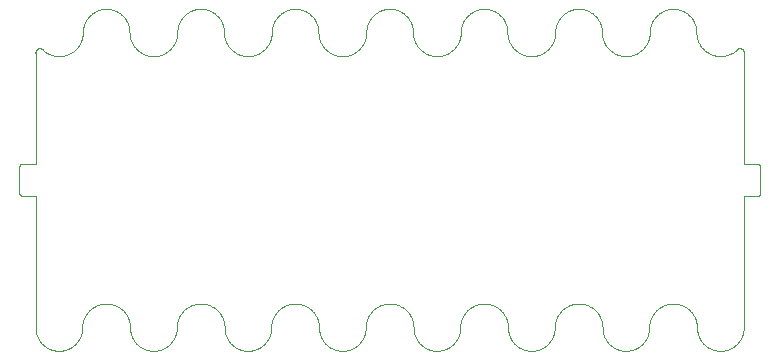
<source format=gbr>
%TF.GenerationSoftware,KiCad,Pcbnew,8.0.1*%
%TF.CreationDate,2024-04-23T14:12:21-07:00*%
%TF.ProjectId,week4PCB,7765656b-3450-4434-922e-6b696361645f,rev?*%
%TF.SameCoordinates,Original*%
%TF.FileFunction,Profile,NP*%
%FSLAX46Y46*%
G04 Gerber Fmt 4.6, Leading zero omitted, Abs format (unit mm)*
G04 Created by KiCad (PCBNEW 8.0.1) date 2024-04-23 14:12:21*
%MOMM*%
%LPD*%
G01*
G04 APERTURE LIST*
%TA.AperFunction,Profile*%
%ADD10C,0.100000*%
%TD*%
G04 APERTURE END LIST*
D10*
X14268Y19375000D02*
X1025000Y19375000D01*
X3277Y19376914D02*
X14268Y19375000D01*
X-7773Y19378444D02*
X3277Y19376914D01*
X-18870Y19379588D02*
X-7773Y19378444D01*
X-30000Y19380346D02*
X-18870Y19379588D01*
X-41150Y19380715D02*
X-30000Y19380346D01*
X-52306Y19380696D02*
X-41150Y19380715D01*
X-63454Y19380288D02*
X-52306Y19380696D01*
X-74582Y19379492D02*
X-63454Y19380288D01*
X-85675Y19378309D02*
X-74582Y19379492D01*
X-96720Y19376741D02*
X-85675Y19378309D01*
X-107703Y19374789D02*
X-96720Y19376741D01*
X-118612Y19372456D02*
X-107703Y19374789D01*
X-129434Y19369744D02*
X-118612Y19372456D01*
X-140154Y19366657D02*
X-129434Y19369744D01*
X-150760Y19363199D02*
X-140154Y19366657D01*
X-161240Y19359373D02*
X-150760Y19363199D01*
X-171579Y19355185D02*
X-161240Y19359373D01*
X-181767Y19350639D02*
X-171579Y19355185D01*
X-191790Y19345742D02*
X-181767Y19350639D01*
X-201637Y19340498D02*
X-191790Y19345742D01*
X-211295Y19334914D02*
X-201637Y19340498D01*
X-220753Y19328998D02*
X-211295Y19334914D01*
X-229999Y19322756D02*
X-220753Y19328998D01*
X-239022Y19316195D02*
X-229999Y19322756D01*
X-247811Y19309325D02*
X-239022Y19316195D01*
X-256355Y19302152D02*
X-247811Y19309325D01*
X-264645Y19294687D02*
X-256355Y19302152D01*
X-272669Y19286937D02*
X-264645Y19294687D01*
X-280419Y19278912D02*
X-272669Y19286937D01*
X-287885Y19270623D02*
X-280419Y19278912D01*
X-295057Y19262078D02*
X-287885Y19270623D01*
X-301928Y19253289D02*
X-295057Y19262078D01*
X-308488Y19244266D02*
X-301928Y19253289D01*
X-314730Y19235020D02*
X-308488Y19244266D01*
X-320647Y19225563D02*
X-314730Y19235020D01*
X-326230Y19215905D02*
X-320647Y19225563D01*
X-331474Y19206058D02*
X-326230Y19215905D01*
X-336372Y19196035D02*
X-331474Y19206058D01*
X-340917Y19185847D02*
X-336372Y19196035D01*
X-345106Y19175507D02*
X-340917Y19185847D01*
X-348931Y19165028D02*
X-345106Y19175507D01*
X-352390Y19154422D02*
X-348931Y19165028D01*
X-355476Y19143701D02*
X-352390Y19154422D01*
X-358188Y19132880D02*
X-355476Y19143701D01*
X-360521Y19121971D02*
X-358188Y19132880D01*
X-362473Y19110987D02*
X-360521Y19121971D01*
X-364042Y19099942D02*
X-362473Y19110987D01*
X-365224Y19088849D02*
X-364042Y19099942D01*
X-366020Y19077722D02*
X-365224Y19088849D01*
X-366428Y19066573D02*
X-366020Y19077722D01*
X-366447Y19055418D02*
X-366428Y19066573D01*
X-366078Y19044268D02*
X-366447Y19055418D01*
X-365321Y19033138D02*
X-366078Y19044268D01*
X-364176Y19022041D02*
X-365321Y19033138D01*
X-362646Y19010990D02*
X-364176Y19022041D01*
X-360732Y19000000D02*
X-362646Y19010990D01*
X-360732Y17000000D02*
X-360732Y19000000D01*
X-362646Y16989010D02*
X-360732Y17000000D01*
X-364176Y16977959D02*
X-362646Y16989010D01*
X-365321Y16966862D02*
X-364176Y16977959D01*
X-366078Y16955732D02*
X-365321Y16966862D01*
X-366447Y16944582D02*
X-366078Y16955732D01*
X-366428Y16933427D02*
X-366447Y16944582D01*
X-366020Y16922278D02*
X-366428Y16933427D01*
X-365224Y16911151D02*
X-366020Y16922278D01*
X-364042Y16900058D02*
X-365224Y16911151D01*
X-362473Y16889013D02*
X-364042Y16900058D01*
X-360521Y16878029D02*
X-362473Y16889013D01*
X-358188Y16867120D02*
X-360521Y16878029D01*
X-355476Y16856299D02*
X-358188Y16867120D01*
X-352390Y16845578D02*
X-355476Y16856299D01*
X-348931Y16834972D02*
X-352390Y16845578D01*
X-345106Y16824493D02*
X-348931Y16834972D01*
X-340917Y16814153D02*
X-345106Y16824493D01*
X-336372Y16803965D02*
X-340917Y16814153D01*
X-331474Y16793942D02*
X-336372Y16803965D01*
X-326230Y16784095D02*
X-331474Y16793942D01*
X-320647Y16774437D02*
X-326230Y16784095D01*
X-314730Y16764980D02*
X-320647Y16774437D01*
X-308488Y16755734D02*
X-314730Y16764980D01*
X-301928Y16746711D02*
X-308488Y16755734D01*
X-295057Y16737922D02*
X-301928Y16746711D01*
X-287885Y16729377D02*
X-295057Y16737922D01*
X-280419Y16721088D02*
X-287885Y16729377D01*
X-272669Y16713063D02*
X-280419Y16721088D01*
X-264645Y16705313D02*
X-272669Y16713063D01*
X-256355Y16697848D02*
X-264645Y16705313D01*
X-247811Y16690675D02*
X-256355Y16697848D01*
X-239022Y16683805D02*
X-247811Y16690675D01*
X-229999Y16677244D02*
X-239022Y16683805D01*
X-220753Y16671002D02*
X-229999Y16677244D01*
X-211295Y16665086D02*
X-220753Y16671002D01*
X-201637Y16659502D02*
X-211295Y16665086D01*
X-191790Y16654258D02*
X-201637Y16659502D01*
X-181767Y16649361D02*
X-191790Y16654258D01*
X-171579Y16644815D02*
X-181767Y16649361D01*
X-161240Y16640627D02*
X-171579Y16644815D01*
X-150760Y16636801D02*
X-161240Y16640627D01*
X-140154Y16633343D02*
X-150760Y16636801D01*
X-129434Y16630256D02*
X-140154Y16633343D01*
X-118612Y16627544D02*
X-129434Y16630256D01*
X-107703Y16625211D02*
X-118612Y16627544D01*
X-96720Y16623259D02*
X-107703Y16625211D01*
X-85675Y16621691D02*
X-96720Y16623259D01*
X-74582Y16620508D02*
X-85675Y16621691D01*
X-63454Y16619712D02*
X-74582Y16620508D01*
X-52306Y16619304D02*
X-63454Y16619712D01*
X-41150Y16619285D02*
X-52306Y16619304D01*
X-30000Y16619654D02*
X-41150Y16619285D01*
X-18870Y16620412D02*
X-30000Y16619654D01*
X-7773Y16621556D02*
X-18870Y16620412D01*
X3277Y16623086D02*
X-7773Y16621556D01*
X14268Y16625000D02*
X3277Y16623086D01*
X1025000Y16625000D02*
X14268Y16625000D01*
X1025000Y5500000D02*
X1025000Y16625000D01*
X1026177Y5431831D02*
X1025000Y5500000D01*
X1029706Y5363742D02*
X1026177Y5431831D01*
X1035583Y5295817D02*
X1029706Y5363742D01*
X1043801Y5228134D02*
X1035583Y5295817D01*
X1054350Y5160776D02*
X1043801Y5228134D01*
X1067219Y5093822D02*
X1054350Y5160776D01*
X1082390Y5027352D02*
X1067219Y5093822D01*
X1099847Y4961445D02*
X1082390Y5027352D01*
X1119568Y4896180D02*
X1099847Y4961445D01*
X1141530Y4831634D02*
X1119568Y4896180D01*
X1165706Y4767885D02*
X1141530Y4831634D01*
X1192069Y4705009D02*
X1165706Y4767885D01*
X1220586Y4643080D02*
X1192069Y4705009D01*
X1251224Y4582172D02*
X1220586Y4643080D01*
X1283946Y4522358D02*
X1251224Y4582172D01*
X1318713Y4463709D02*
X1283946Y4522358D01*
X1355484Y4406295D02*
X1318713Y4463709D01*
X1394214Y4350184D02*
X1355484Y4406295D01*
X1434858Y4295444D02*
X1394214Y4350184D01*
X1477367Y4242139D02*
X1434858Y4295444D01*
X1521691Y4190333D02*
X1477367Y4242139D01*
X1567777Y4140088D02*
X1521691Y4190333D01*
X1615569Y4091463D02*
X1567777Y4140088D01*
X1665011Y4044517D02*
X1615569Y4091463D01*
X1716044Y3999306D02*
X1665011Y4044517D01*
X1768608Y3955883D02*
X1716044Y3999306D01*
X1822638Y3914300D02*
X1768608Y3955883D01*
X1878072Y3874607D02*
X1822638Y3914300D01*
X1934843Y3836851D02*
X1878072Y3874607D01*
X1992883Y3801077D02*
X1934843Y3836851D01*
X2052123Y3767327D02*
X1992883Y3801077D01*
X2112493Y3735643D02*
X2052123Y3767327D01*
X2173921Y3706061D02*
X2112493Y3735643D01*
X2236333Y3678616D02*
X2173921Y3706061D01*
X2299655Y3653343D02*
X2236333Y3678616D01*
X2363812Y3630270D02*
X2299655Y3653343D01*
X2428727Y3609425D02*
X2363812Y3630270D01*
X2494323Y3590834D02*
X2428727Y3609425D01*
X2560521Y3574517D02*
X2494323Y3590834D01*
X2627243Y3560496D02*
X2560521Y3574517D01*
X2694410Y3548785D02*
X2627243Y3560496D01*
X2761940Y3539400D02*
X2694410Y3548785D01*
X2829754Y3532351D02*
X2761940Y3539400D01*
X2897771Y3527648D02*
X2829754Y3532351D01*
X2965910Y3525294D02*
X2897771Y3527648D01*
X3034090Y3525294D02*
X2965910Y3525294D01*
X3102229Y3527648D02*
X3034090Y3525294D01*
X3170246Y3532351D02*
X3102229Y3527648D01*
X3238060Y3539400D02*
X3170246Y3532351D01*
X3305590Y3548785D02*
X3238060Y3539400D01*
X3372757Y3560496D02*
X3305590Y3548785D01*
X3439479Y3574517D02*
X3372757Y3560496D01*
X3505677Y3590834D02*
X3439479Y3574517D01*
X3571273Y3609425D02*
X3505677Y3590834D01*
X3636188Y3630270D02*
X3571273Y3609425D01*
X3700345Y3653343D02*
X3636188Y3630270D01*
X3763667Y3678616D02*
X3700345Y3653343D01*
X3826079Y3706061D02*
X3763667Y3678616D01*
X3887507Y3735643D02*
X3826079Y3706061D01*
X3947877Y3767327D02*
X3887507Y3735643D01*
X4007117Y3801077D02*
X3947877Y3767327D01*
X4065157Y3836851D02*
X4007117Y3801077D01*
X4121928Y3874607D02*
X4065157Y3836851D01*
X4177362Y3914300D02*
X4121928Y3874607D01*
X4231392Y3955883D02*
X4177362Y3914300D01*
X4283956Y3999306D02*
X4231392Y3955883D01*
X4334989Y4044517D02*
X4283956Y3999306D01*
X4384431Y4091463D02*
X4334989Y4044517D01*
X4432223Y4140088D02*
X4384431Y4091463D01*
X4478309Y4190333D02*
X4432223Y4140088D01*
X4522633Y4242139D02*
X4478309Y4190333D01*
X4565142Y4295444D02*
X4522633Y4242139D01*
X4605786Y4350184D02*
X4565142Y4295444D01*
X4644516Y4406295D02*
X4605786Y4350184D01*
X4681287Y4463709D02*
X4644516Y4406295D01*
X4716054Y4522358D02*
X4681287Y4463709D01*
X4748776Y4582172D02*
X4716054Y4522358D01*
X4779414Y4643080D02*
X4748776Y4582172D01*
X4807931Y4705009D02*
X4779414Y4643080D01*
X4834294Y4767885D02*
X4807931Y4705009D01*
X4858470Y4831634D02*
X4834294Y4767885D01*
X4880432Y4896180D02*
X4858470Y4831634D01*
X4900153Y4961445D02*
X4880432Y4896180D01*
X4917610Y5027352D02*
X4900153Y4961445D01*
X4932781Y5093822D02*
X4917610Y5027352D01*
X4945650Y5160776D02*
X4932781Y5093822D01*
X4956199Y5228134D02*
X4945650Y5160776D01*
X4964417Y5295817D02*
X4956199Y5228134D01*
X4970294Y5363742D02*
X4964417Y5295817D01*
X4973823Y5431831D02*
X4970294Y5363742D01*
X4975000Y5500000D02*
X4973823Y5431831D01*
X4976207Y5569895D02*
X4975000Y5500000D01*
X4979825Y5639707D02*
X4976207Y5569895D01*
X4985851Y5709352D02*
X4979825Y5639707D01*
X4994277Y5778748D02*
X4985851Y5709352D01*
X5005094Y5847812D02*
X4994277Y5778748D01*
X5018287Y5916461D02*
X5005094Y5847812D01*
X5033843Y5984614D02*
X5018287Y5916461D01*
X5051741Y6052190D02*
X5033843Y5984614D01*
X5071962Y6119107D02*
X5051741Y6052190D01*
X5094480Y6185286D02*
X5071962Y6119107D01*
X5119269Y6250649D02*
X5094480Y6185286D01*
X5146299Y6315118D02*
X5119269Y6250649D01*
X5175538Y6378615D02*
X5146299Y6315118D01*
X5206952Y6441064D02*
X5175538Y6378615D01*
X5240502Y6502393D02*
X5206952Y6441064D01*
X5276149Y6562527D02*
X5240502Y6502393D01*
X5313850Y6621394D02*
X5276149Y6562527D01*
X5353561Y6678925D02*
X5313850Y6621394D01*
X5395234Y6735052D02*
X5353561Y6678925D01*
X5438820Y6789706D02*
X5395234Y6735052D01*
X5484266Y6842823D02*
X5438820Y6789706D01*
X5531518Y6894341D02*
X5484266Y6842823D01*
X5580520Y6944196D02*
X5531518Y6894341D01*
X5631214Y6992330D02*
X5580520Y6944196D01*
X5683539Y7038686D02*
X5631214Y6992330D01*
X5737433Y7083209D02*
X5683539Y7038686D01*
X5792832Y7125844D02*
X5737433Y7083209D01*
X5849669Y7166542D02*
X5792832Y7125844D01*
X5907877Y7205254D02*
X5849669Y7166542D01*
X5967386Y7241934D02*
X5907877Y7205254D01*
X6028127Y7276538D02*
X5967386Y7241934D01*
X6090025Y7309025D02*
X6028127Y7276538D01*
X6153008Y7339356D02*
X6090025Y7309025D01*
X6217000Y7367495D02*
X6153008Y7339356D01*
X6281925Y7393408D02*
X6217000Y7367495D01*
X6347706Y7417065D02*
X6281925Y7393408D01*
X6414264Y7438437D02*
X6347706Y7417065D01*
X6481521Y7457500D02*
X6414264Y7438437D01*
X6549395Y7474229D02*
X6481521Y7457500D01*
X6617806Y7488606D02*
X6549395Y7474229D01*
X6686673Y7500613D02*
X6617806Y7488606D01*
X6755913Y7510235D02*
X6686673Y7500613D01*
X6825444Y7517463D02*
X6755913Y7510235D01*
X6895183Y7522285D02*
X6825444Y7517463D01*
X6965047Y7524698D02*
X6895183Y7522285D01*
X7034953Y7524698D02*
X6965047Y7524698D01*
X7104817Y7522285D02*
X7034953Y7524698D01*
X7174556Y7517463D02*
X7104817Y7522285D01*
X7244087Y7510235D02*
X7174556Y7517463D01*
X7313327Y7500613D02*
X7244087Y7510235D01*
X7382194Y7488606D02*
X7313327Y7500613D01*
X7450605Y7474229D02*
X7382194Y7488606D01*
X7518479Y7457500D02*
X7450605Y7474229D01*
X7585736Y7438437D02*
X7518479Y7457500D01*
X7652294Y7417065D02*
X7585736Y7438437D01*
X7718075Y7393408D02*
X7652294Y7417065D01*
X7783000Y7367495D02*
X7718075Y7393408D01*
X7846992Y7339356D02*
X7783000Y7367495D01*
X7909975Y7309025D02*
X7846992Y7339356D01*
X7971873Y7276538D02*
X7909975Y7309025D01*
X8032614Y7241934D02*
X7971873Y7276538D01*
X8092123Y7205254D02*
X8032614Y7241934D01*
X8150331Y7166542D02*
X8092123Y7205254D01*
X8207168Y7125844D02*
X8150331Y7166542D01*
X8262567Y7083209D02*
X8207168Y7125844D01*
X8316461Y7038686D02*
X8262567Y7083209D01*
X8368786Y6992330D02*
X8316461Y7038686D01*
X8419480Y6944196D02*
X8368786Y6992330D01*
X8468482Y6894341D02*
X8419480Y6944196D01*
X8515734Y6842823D02*
X8468482Y6894341D01*
X8561180Y6789706D02*
X8515734Y6842823D01*
X8604766Y6735052D02*
X8561180Y6789706D01*
X8646439Y6678925D02*
X8604766Y6735052D01*
X8686150Y6621394D02*
X8646439Y6678925D01*
X8723851Y6562527D02*
X8686150Y6621394D01*
X8759498Y6502393D02*
X8723851Y6562527D01*
X8793048Y6441064D02*
X8759498Y6502393D01*
X8824462Y6378615D02*
X8793048Y6441064D01*
X8853701Y6315118D02*
X8824462Y6378615D01*
X8880731Y6250649D02*
X8853701Y6315118D01*
X8905520Y6185286D02*
X8880731Y6250649D01*
X8928038Y6119107D02*
X8905520Y6185286D01*
X8948259Y6052190D02*
X8928038Y6119107D01*
X8966157Y5984614D02*
X8948259Y6052190D01*
X8981713Y5916461D02*
X8966157Y5984614D01*
X8994906Y5847812D02*
X8981713Y5916461D01*
X9005723Y5778748D02*
X8994906Y5847812D01*
X9014149Y5709352D02*
X9005723Y5778748D01*
X9020175Y5639707D02*
X9014149Y5709352D01*
X9023793Y5569895D02*
X9020175Y5639707D01*
X9025000Y5500000D02*
X9023793Y5569895D01*
X9026177Y5431831D02*
X9025000Y5500000D01*
X9029706Y5363742D02*
X9026177Y5431831D01*
X9035583Y5295817D02*
X9029706Y5363742D01*
X9043801Y5228134D02*
X9035583Y5295817D01*
X9054350Y5160776D02*
X9043801Y5228134D01*
X9067219Y5093822D02*
X9054350Y5160776D01*
X9082390Y5027352D02*
X9067219Y5093822D01*
X9099847Y4961445D02*
X9082390Y5027352D01*
X9119568Y4896180D02*
X9099847Y4961445D01*
X9141530Y4831634D02*
X9119568Y4896180D01*
X9165706Y4767885D02*
X9141530Y4831634D01*
X9192069Y4705009D02*
X9165706Y4767885D01*
X9220586Y4643080D02*
X9192069Y4705009D01*
X9251224Y4582172D02*
X9220586Y4643080D01*
X9283946Y4522358D02*
X9251224Y4582172D01*
X9318713Y4463709D02*
X9283946Y4522358D01*
X9355484Y4406295D02*
X9318713Y4463709D01*
X9394214Y4350184D02*
X9355484Y4406295D01*
X9434858Y4295444D02*
X9394214Y4350184D01*
X9477367Y4242139D02*
X9434858Y4295444D01*
X9521691Y4190333D02*
X9477367Y4242139D01*
X9567777Y4140088D02*
X9521691Y4190333D01*
X9615569Y4091463D02*
X9567777Y4140088D01*
X9665011Y4044517D02*
X9615569Y4091463D01*
X9716044Y3999306D02*
X9665011Y4044517D01*
X9768608Y3955883D02*
X9716044Y3999306D01*
X9822638Y3914300D02*
X9768608Y3955883D01*
X9878072Y3874607D02*
X9822638Y3914300D01*
X9934843Y3836851D02*
X9878072Y3874607D01*
X9992883Y3801077D02*
X9934843Y3836851D01*
X10052123Y3767327D02*
X9992883Y3801077D01*
X10112493Y3735643D02*
X10052123Y3767327D01*
X10173921Y3706061D02*
X10112493Y3735643D01*
X10236333Y3678616D02*
X10173921Y3706061D01*
X10299655Y3653343D02*
X10236333Y3678616D01*
X10363812Y3630270D02*
X10299655Y3653343D01*
X10428727Y3609425D02*
X10363812Y3630270D01*
X10494323Y3590834D02*
X10428727Y3609425D01*
X10560521Y3574517D02*
X10494323Y3590834D01*
X10627243Y3560496D02*
X10560521Y3574517D01*
X10694410Y3548785D02*
X10627243Y3560496D01*
X10761940Y3539400D02*
X10694410Y3548785D01*
X10829754Y3532351D02*
X10761940Y3539400D01*
X10897771Y3527648D02*
X10829754Y3532351D01*
X10965910Y3525294D02*
X10897771Y3527648D01*
X11034090Y3525294D02*
X10965910Y3525294D01*
X11102229Y3527648D02*
X11034090Y3525294D01*
X11170246Y3532351D02*
X11102229Y3527648D01*
X11238060Y3539400D02*
X11170246Y3532351D01*
X11305590Y3548785D02*
X11238060Y3539400D01*
X11372757Y3560496D02*
X11305590Y3548785D01*
X11439479Y3574517D02*
X11372757Y3560496D01*
X11505677Y3590834D02*
X11439479Y3574517D01*
X11571273Y3609425D02*
X11505677Y3590834D01*
X11636188Y3630270D02*
X11571273Y3609425D01*
X11700345Y3653343D02*
X11636188Y3630270D01*
X11763667Y3678616D02*
X11700345Y3653343D01*
X11826079Y3706061D02*
X11763667Y3678616D01*
X11887507Y3735643D02*
X11826079Y3706061D01*
X11947877Y3767327D02*
X11887507Y3735643D01*
X12007117Y3801077D02*
X11947877Y3767327D01*
X12065157Y3836851D02*
X12007117Y3801077D01*
X12121928Y3874607D02*
X12065157Y3836851D01*
X12177362Y3914300D02*
X12121928Y3874607D01*
X12231392Y3955883D02*
X12177362Y3914300D01*
X12283956Y3999306D02*
X12231392Y3955883D01*
X12334989Y4044517D02*
X12283956Y3999306D01*
X12384431Y4091463D02*
X12334989Y4044517D01*
X12432223Y4140088D02*
X12384431Y4091463D01*
X12478309Y4190333D02*
X12432223Y4140088D01*
X12522633Y4242139D02*
X12478309Y4190333D01*
X12565142Y4295444D02*
X12522633Y4242139D01*
X12605786Y4350184D02*
X12565142Y4295444D01*
X12644516Y4406295D02*
X12605786Y4350184D01*
X12681287Y4463709D02*
X12644516Y4406295D01*
X12716054Y4522358D02*
X12681287Y4463709D01*
X12748776Y4582172D02*
X12716054Y4522358D01*
X12779414Y4643080D02*
X12748776Y4582172D01*
X12807931Y4705009D02*
X12779414Y4643080D01*
X12834294Y4767885D02*
X12807931Y4705009D01*
X12858470Y4831634D02*
X12834294Y4767885D01*
X12880432Y4896180D02*
X12858470Y4831634D01*
X12900153Y4961445D02*
X12880432Y4896180D01*
X12917610Y5027352D02*
X12900153Y4961445D01*
X12932781Y5093822D02*
X12917610Y5027352D01*
X12945650Y5160776D02*
X12932781Y5093822D01*
X12956199Y5228134D02*
X12945650Y5160776D01*
X12964417Y5295817D02*
X12956199Y5228134D01*
X12970294Y5363742D02*
X12964417Y5295817D01*
X12973823Y5431831D02*
X12970294Y5363742D01*
X12975000Y5500000D02*
X12973823Y5431831D01*
X12976207Y5569895D02*
X12975000Y5500000D01*
X12979825Y5639707D02*
X12976207Y5569895D01*
X12985851Y5709352D02*
X12979825Y5639707D01*
X12994277Y5778748D02*
X12985851Y5709352D01*
X13005094Y5847812D02*
X12994277Y5778748D01*
X13018287Y5916461D02*
X13005094Y5847812D01*
X13033843Y5984614D02*
X13018287Y5916461D01*
X13051741Y6052190D02*
X13033843Y5984614D01*
X13071962Y6119107D02*
X13051741Y6052190D01*
X13094480Y6185286D02*
X13071962Y6119107D01*
X13119269Y6250649D02*
X13094480Y6185286D01*
X13146299Y6315118D02*
X13119269Y6250649D01*
X13175538Y6378615D02*
X13146299Y6315118D01*
X13206952Y6441064D02*
X13175538Y6378615D01*
X13240502Y6502393D02*
X13206952Y6441064D01*
X13276149Y6562527D02*
X13240502Y6502393D01*
X13313850Y6621394D02*
X13276149Y6562527D01*
X13353561Y6678925D02*
X13313850Y6621394D01*
X13395234Y6735052D02*
X13353561Y6678925D01*
X13438820Y6789706D02*
X13395234Y6735052D01*
X13484266Y6842823D02*
X13438820Y6789706D01*
X13531518Y6894341D02*
X13484266Y6842823D01*
X13580520Y6944196D02*
X13531518Y6894341D01*
X13631214Y6992330D02*
X13580520Y6944196D01*
X13683539Y7038686D02*
X13631214Y6992330D01*
X13737433Y7083209D02*
X13683539Y7038686D01*
X13792832Y7125844D02*
X13737433Y7083209D01*
X13849669Y7166542D02*
X13792832Y7125844D01*
X13907877Y7205254D02*
X13849669Y7166542D01*
X13967386Y7241934D02*
X13907877Y7205254D01*
X14028127Y7276538D02*
X13967386Y7241934D01*
X14090025Y7309025D02*
X14028127Y7276538D01*
X14153008Y7339356D02*
X14090025Y7309025D01*
X14217000Y7367495D02*
X14153008Y7339356D01*
X14281925Y7393408D02*
X14217000Y7367495D01*
X14347706Y7417065D02*
X14281925Y7393408D01*
X14414264Y7438437D02*
X14347706Y7417065D01*
X14481521Y7457500D02*
X14414264Y7438437D01*
X14549395Y7474229D02*
X14481521Y7457500D01*
X14617806Y7488606D02*
X14549395Y7474229D01*
X14686673Y7500613D02*
X14617806Y7488606D01*
X14755913Y7510235D02*
X14686673Y7500613D01*
X14825444Y7517463D02*
X14755913Y7510235D01*
X14895183Y7522285D02*
X14825444Y7517463D01*
X14965047Y7524698D02*
X14895183Y7522285D01*
X15034953Y7524698D02*
X14965047Y7524698D01*
X15104817Y7522285D02*
X15034953Y7524698D01*
X15174556Y7517463D02*
X15104817Y7522285D01*
X15244087Y7510235D02*
X15174556Y7517463D01*
X15313327Y7500613D02*
X15244087Y7510235D01*
X15382194Y7488606D02*
X15313327Y7500613D01*
X15450605Y7474229D02*
X15382194Y7488606D01*
X15518479Y7457500D02*
X15450605Y7474229D01*
X15585736Y7438437D02*
X15518479Y7457500D01*
X15652294Y7417065D02*
X15585736Y7438437D01*
X15718075Y7393408D02*
X15652294Y7417065D01*
X15783000Y7367495D02*
X15718075Y7393408D01*
X15846992Y7339356D02*
X15783000Y7367495D01*
X15909975Y7309025D02*
X15846992Y7339356D01*
X15971873Y7276538D02*
X15909975Y7309025D01*
X16032614Y7241934D02*
X15971873Y7276538D01*
X16092123Y7205254D02*
X16032614Y7241934D01*
X16150331Y7166542D02*
X16092123Y7205254D01*
X16207168Y7125844D02*
X16150331Y7166542D01*
X16262567Y7083209D02*
X16207168Y7125844D01*
X16316461Y7038686D02*
X16262567Y7083209D01*
X16368786Y6992330D02*
X16316461Y7038686D01*
X16419480Y6944196D02*
X16368786Y6992330D01*
X16468482Y6894341D02*
X16419480Y6944196D01*
X16515734Y6842823D02*
X16468482Y6894341D01*
X16561180Y6789706D02*
X16515734Y6842823D01*
X16604766Y6735052D02*
X16561180Y6789706D01*
X16646439Y6678925D02*
X16604766Y6735052D01*
X16686150Y6621394D02*
X16646439Y6678925D01*
X16723851Y6562527D02*
X16686150Y6621394D01*
X16759498Y6502393D02*
X16723851Y6562527D01*
X16793048Y6441064D02*
X16759498Y6502393D01*
X16824462Y6378615D02*
X16793048Y6441064D01*
X16853701Y6315118D02*
X16824462Y6378615D01*
X16880731Y6250649D02*
X16853701Y6315118D01*
X16905520Y6185286D02*
X16880731Y6250649D01*
X16928038Y6119107D02*
X16905520Y6185286D01*
X16948259Y6052190D02*
X16928038Y6119107D01*
X16966157Y5984614D02*
X16948259Y6052190D01*
X16981713Y5916461D02*
X16966157Y5984614D01*
X16994906Y5847812D02*
X16981713Y5916461D01*
X17005723Y5778748D02*
X16994906Y5847812D01*
X17014149Y5709352D02*
X17005723Y5778748D01*
X17020175Y5639707D02*
X17014149Y5709352D01*
X17023793Y5569895D02*
X17020175Y5639707D01*
X17025000Y5500000D02*
X17023793Y5569895D01*
X17026177Y5431831D02*
X17025000Y5500000D01*
X17029706Y5363742D02*
X17026177Y5431831D01*
X17035583Y5295817D02*
X17029706Y5363742D01*
X17043801Y5228134D02*
X17035583Y5295817D01*
X17054350Y5160776D02*
X17043801Y5228134D01*
X17067219Y5093822D02*
X17054350Y5160776D01*
X17082390Y5027352D02*
X17067219Y5093822D01*
X17099847Y4961445D02*
X17082390Y5027352D01*
X17119568Y4896180D02*
X17099847Y4961445D01*
X17141530Y4831634D02*
X17119568Y4896180D01*
X17165706Y4767885D02*
X17141530Y4831634D01*
X17192069Y4705009D02*
X17165706Y4767885D01*
X17220586Y4643080D02*
X17192069Y4705009D01*
X17251224Y4582172D02*
X17220586Y4643080D01*
X17283946Y4522358D02*
X17251224Y4582172D01*
X17318713Y4463709D02*
X17283946Y4522358D01*
X17355484Y4406295D02*
X17318713Y4463709D01*
X17394214Y4350184D02*
X17355484Y4406295D01*
X17434858Y4295444D02*
X17394214Y4350184D01*
X17477367Y4242139D02*
X17434858Y4295444D01*
X17521691Y4190333D02*
X17477367Y4242139D01*
X17567777Y4140088D02*
X17521691Y4190333D01*
X17615569Y4091463D02*
X17567777Y4140088D01*
X17665011Y4044517D02*
X17615569Y4091463D01*
X17716044Y3999306D02*
X17665011Y4044517D01*
X17768608Y3955883D02*
X17716044Y3999306D01*
X17822638Y3914300D02*
X17768608Y3955883D01*
X17878072Y3874607D02*
X17822638Y3914300D01*
X17934843Y3836851D02*
X17878072Y3874607D01*
X17992883Y3801077D02*
X17934843Y3836851D01*
X18052123Y3767327D02*
X17992883Y3801077D01*
X18112493Y3735643D02*
X18052123Y3767327D01*
X18173921Y3706061D02*
X18112493Y3735643D01*
X18236333Y3678616D02*
X18173921Y3706061D01*
X18299655Y3653343D02*
X18236333Y3678616D01*
X18363812Y3630270D02*
X18299655Y3653343D01*
X18428727Y3609425D02*
X18363812Y3630270D01*
X18494323Y3590834D02*
X18428727Y3609425D01*
X18560521Y3574517D02*
X18494323Y3590834D01*
X18627243Y3560496D02*
X18560521Y3574517D01*
X18694410Y3548785D02*
X18627243Y3560496D01*
X18761940Y3539400D02*
X18694410Y3548785D01*
X18829754Y3532351D02*
X18761940Y3539400D01*
X18897771Y3527648D02*
X18829754Y3532351D01*
X18965910Y3525294D02*
X18897771Y3527648D01*
X19034090Y3525294D02*
X18965910Y3525294D01*
X19102229Y3527648D02*
X19034090Y3525294D01*
X19170246Y3532351D02*
X19102229Y3527648D01*
X19238060Y3539400D02*
X19170246Y3532351D01*
X19305590Y3548785D02*
X19238060Y3539400D01*
X19372757Y3560496D02*
X19305590Y3548785D01*
X19439479Y3574517D02*
X19372757Y3560496D01*
X19505677Y3590834D02*
X19439479Y3574517D01*
X19571273Y3609425D02*
X19505677Y3590834D01*
X19636188Y3630270D02*
X19571273Y3609425D01*
X19700345Y3653343D02*
X19636188Y3630270D01*
X19763667Y3678616D02*
X19700345Y3653343D01*
X19826079Y3706061D02*
X19763667Y3678616D01*
X19887507Y3735643D02*
X19826079Y3706061D01*
X19947877Y3767327D02*
X19887507Y3735643D01*
X20007117Y3801077D02*
X19947877Y3767327D01*
X20065157Y3836851D02*
X20007117Y3801077D01*
X20121928Y3874607D02*
X20065157Y3836851D01*
X20177362Y3914300D02*
X20121928Y3874607D01*
X20231392Y3955883D02*
X20177362Y3914300D01*
X20283956Y3999306D02*
X20231392Y3955883D01*
X20334989Y4044517D02*
X20283956Y3999306D01*
X20384431Y4091463D02*
X20334989Y4044517D01*
X20432223Y4140088D02*
X20384431Y4091463D01*
X20478309Y4190333D02*
X20432223Y4140088D01*
X20522633Y4242139D02*
X20478309Y4190333D01*
X20565142Y4295444D02*
X20522633Y4242139D01*
X20605786Y4350184D02*
X20565142Y4295444D01*
X20644516Y4406295D02*
X20605786Y4350184D01*
X20681287Y4463709D02*
X20644516Y4406295D01*
X20716054Y4522358D02*
X20681287Y4463709D01*
X20748776Y4582172D02*
X20716054Y4522358D01*
X20779414Y4643080D02*
X20748776Y4582172D01*
X20807931Y4705009D02*
X20779414Y4643080D01*
X20834294Y4767885D02*
X20807931Y4705009D01*
X20858470Y4831634D02*
X20834294Y4767885D01*
X20880432Y4896180D02*
X20858470Y4831634D01*
X20900153Y4961445D02*
X20880432Y4896180D01*
X20917610Y5027352D02*
X20900153Y4961445D01*
X20932781Y5093822D02*
X20917610Y5027352D01*
X20945650Y5160776D02*
X20932781Y5093822D01*
X20956199Y5228134D02*
X20945650Y5160776D01*
X20964417Y5295817D02*
X20956199Y5228134D01*
X20970294Y5363742D02*
X20964417Y5295817D01*
X20973823Y5431831D02*
X20970294Y5363742D01*
X20975000Y5500000D02*
X20973823Y5431831D01*
X20976207Y5569895D02*
X20975000Y5500000D01*
X20979825Y5639707D02*
X20976207Y5569895D01*
X20985851Y5709352D02*
X20979825Y5639707D01*
X20994277Y5778748D02*
X20985851Y5709352D01*
X21005094Y5847812D02*
X20994277Y5778748D01*
X21018287Y5916461D02*
X21005094Y5847812D01*
X21033843Y5984614D02*
X21018287Y5916461D01*
X21051741Y6052190D02*
X21033843Y5984614D01*
X21071962Y6119107D02*
X21051741Y6052190D01*
X21094480Y6185286D02*
X21071962Y6119107D01*
X21119269Y6250649D02*
X21094480Y6185286D01*
X21146299Y6315118D02*
X21119269Y6250649D01*
X21175538Y6378615D02*
X21146299Y6315118D01*
X21206952Y6441064D02*
X21175538Y6378615D01*
X21240502Y6502393D02*
X21206952Y6441064D01*
X21276149Y6562527D02*
X21240502Y6502393D01*
X21313850Y6621394D02*
X21276149Y6562527D01*
X21353561Y6678925D02*
X21313850Y6621394D01*
X21395234Y6735052D02*
X21353561Y6678925D01*
X21438820Y6789706D02*
X21395234Y6735052D01*
X21484266Y6842823D02*
X21438820Y6789706D01*
X21531518Y6894341D02*
X21484266Y6842823D01*
X21580520Y6944196D02*
X21531518Y6894341D01*
X21631214Y6992330D02*
X21580520Y6944196D01*
X21683539Y7038686D02*
X21631214Y6992330D01*
X21737433Y7083209D02*
X21683539Y7038686D01*
X21792832Y7125844D02*
X21737433Y7083209D01*
X21849669Y7166542D02*
X21792832Y7125844D01*
X21907877Y7205254D02*
X21849669Y7166542D01*
X21967386Y7241934D02*
X21907877Y7205254D01*
X22028127Y7276538D02*
X21967386Y7241934D01*
X22090025Y7309025D02*
X22028127Y7276538D01*
X22153008Y7339356D02*
X22090025Y7309025D01*
X22217000Y7367495D02*
X22153008Y7339356D01*
X22281925Y7393408D02*
X22217000Y7367495D01*
X22347706Y7417065D02*
X22281925Y7393408D01*
X22414264Y7438437D02*
X22347706Y7417065D01*
X22481521Y7457500D02*
X22414264Y7438437D01*
X22549395Y7474229D02*
X22481521Y7457500D01*
X22617806Y7488606D02*
X22549395Y7474229D01*
X22686673Y7500613D02*
X22617806Y7488606D01*
X22755913Y7510235D02*
X22686673Y7500613D01*
X22825444Y7517463D02*
X22755913Y7510235D01*
X22895183Y7522285D02*
X22825444Y7517463D01*
X22965047Y7524698D02*
X22895183Y7522285D01*
X23034953Y7524698D02*
X22965047Y7524698D01*
X23104817Y7522285D02*
X23034953Y7524698D01*
X23174556Y7517463D02*
X23104817Y7522285D01*
X23244087Y7510235D02*
X23174556Y7517463D01*
X23313327Y7500613D02*
X23244087Y7510235D01*
X23382194Y7488606D02*
X23313327Y7500613D01*
X23450605Y7474229D02*
X23382194Y7488606D01*
X23518479Y7457500D02*
X23450605Y7474229D01*
X23585736Y7438437D02*
X23518479Y7457500D01*
X23652294Y7417065D02*
X23585736Y7438437D01*
X23718075Y7393408D02*
X23652294Y7417065D01*
X23783000Y7367495D02*
X23718075Y7393408D01*
X23846992Y7339356D02*
X23783000Y7367495D01*
X23909975Y7309025D02*
X23846992Y7339356D01*
X23971873Y7276538D02*
X23909975Y7309025D01*
X24032614Y7241934D02*
X23971873Y7276538D01*
X24092123Y7205254D02*
X24032614Y7241934D01*
X24150331Y7166542D02*
X24092123Y7205254D01*
X24207168Y7125844D02*
X24150331Y7166542D01*
X24262567Y7083209D02*
X24207168Y7125844D01*
X24316461Y7038686D02*
X24262567Y7083209D01*
X24368786Y6992330D02*
X24316461Y7038686D01*
X24419480Y6944196D02*
X24368786Y6992330D01*
X24468482Y6894341D02*
X24419480Y6944196D01*
X24515734Y6842823D02*
X24468482Y6894341D01*
X24561180Y6789706D02*
X24515734Y6842823D01*
X24604766Y6735052D02*
X24561180Y6789706D01*
X24646439Y6678925D02*
X24604766Y6735052D01*
X24686150Y6621394D02*
X24646439Y6678925D01*
X24723851Y6562527D02*
X24686150Y6621394D01*
X24759498Y6502393D02*
X24723851Y6562527D01*
X24793048Y6441064D02*
X24759498Y6502393D01*
X24824462Y6378615D02*
X24793048Y6441064D01*
X24853701Y6315118D02*
X24824462Y6378615D01*
X24880731Y6250649D02*
X24853701Y6315118D01*
X24905520Y6185286D02*
X24880731Y6250649D01*
X24928038Y6119107D02*
X24905520Y6185286D01*
X24948259Y6052190D02*
X24928038Y6119107D01*
X24966157Y5984614D02*
X24948259Y6052190D01*
X24981713Y5916461D02*
X24966157Y5984614D01*
X24994906Y5847812D02*
X24981713Y5916461D01*
X25005723Y5778748D02*
X24994906Y5847812D01*
X25014149Y5709352D02*
X25005723Y5778748D01*
X25020175Y5639707D02*
X25014149Y5709352D01*
X25023793Y5569895D02*
X25020175Y5639707D01*
X25025000Y5500000D02*
X25023793Y5569895D01*
X25026177Y5431831D02*
X25025000Y5500000D01*
X25029706Y5363742D02*
X25026177Y5431831D01*
X25035583Y5295817D02*
X25029706Y5363742D01*
X25043801Y5228134D02*
X25035583Y5295817D01*
X25054350Y5160776D02*
X25043801Y5228134D01*
X25067219Y5093822D02*
X25054350Y5160776D01*
X25082390Y5027352D02*
X25067219Y5093822D01*
X25099847Y4961445D02*
X25082390Y5027352D01*
X25119568Y4896180D02*
X25099847Y4961445D01*
X25141530Y4831634D02*
X25119568Y4896180D01*
X25165706Y4767885D02*
X25141530Y4831634D01*
X25192069Y4705009D02*
X25165706Y4767885D01*
X25220586Y4643080D02*
X25192069Y4705009D01*
X25251224Y4582172D02*
X25220586Y4643080D01*
X25283946Y4522358D02*
X25251224Y4582172D01*
X25318713Y4463709D02*
X25283946Y4522358D01*
X25355484Y4406295D02*
X25318713Y4463709D01*
X25394214Y4350184D02*
X25355484Y4406295D01*
X25434858Y4295444D02*
X25394214Y4350184D01*
X25477367Y4242139D02*
X25434858Y4295444D01*
X25521691Y4190333D02*
X25477367Y4242139D01*
X25567777Y4140088D02*
X25521691Y4190333D01*
X25615569Y4091463D02*
X25567777Y4140088D01*
X25665011Y4044517D02*
X25615569Y4091463D01*
X25716044Y3999306D02*
X25665011Y4044517D01*
X25768608Y3955883D02*
X25716044Y3999306D01*
X25822638Y3914300D02*
X25768608Y3955883D01*
X25878072Y3874607D02*
X25822638Y3914300D01*
X25934843Y3836851D02*
X25878072Y3874607D01*
X25992883Y3801077D02*
X25934843Y3836851D01*
X26052123Y3767327D02*
X25992883Y3801077D01*
X26112493Y3735643D02*
X26052123Y3767327D01*
X26173921Y3706061D02*
X26112493Y3735643D01*
X26236333Y3678616D02*
X26173921Y3706061D01*
X26299655Y3653343D02*
X26236333Y3678616D01*
X26363812Y3630270D02*
X26299655Y3653343D01*
X26428727Y3609425D02*
X26363812Y3630270D01*
X26494323Y3590834D02*
X26428727Y3609425D01*
X26560521Y3574517D02*
X26494323Y3590834D01*
X26627243Y3560496D02*
X26560521Y3574517D01*
X26694410Y3548785D02*
X26627243Y3560496D01*
X26761940Y3539400D02*
X26694410Y3548785D01*
X26829754Y3532351D02*
X26761940Y3539400D01*
X26897771Y3527648D02*
X26829754Y3532351D01*
X26965910Y3525294D02*
X26897771Y3527648D01*
X27034090Y3525294D02*
X26965910Y3525294D01*
X27102229Y3527648D02*
X27034090Y3525294D01*
X27170246Y3532351D02*
X27102229Y3527648D01*
X27238060Y3539400D02*
X27170246Y3532351D01*
X27305590Y3548785D02*
X27238060Y3539400D01*
X27372757Y3560496D02*
X27305590Y3548785D01*
X27439479Y3574517D02*
X27372757Y3560496D01*
X27505677Y3590834D02*
X27439479Y3574517D01*
X27571273Y3609425D02*
X27505677Y3590834D01*
X27636188Y3630270D02*
X27571273Y3609425D01*
X27700345Y3653343D02*
X27636188Y3630270D01*
X27763667Y3678616D02*
X27700345Y3653343D01*
X27826079Y3706061D02*
X27763667Y3678616D01*
X27887507Y3735643D02*
X27826079Y3706061D01*
X27947877Y3767327D02*
X27887507Y3735643D01*
X28007117Y3801077D02*
X27947877Y3767327D01*
X28065157Y3836851D02*
X28007117Y3801077D01*
X28121928Y3874607D02*
X28065157Y3836851D01*
X28177362Y3914300D02*
X28121928Y3874607D01*
X28231392Y3955883D02*
X28177362Y3914300D01*
X28283956Y3999306D02*
X28231392Y3955883D01*
X28334989Y4044517D02*
X28283956Y3999306D01*
X28384431Y4091463D02*
X28334989Y4044517D01*
X28432223Y4140088D02*
X28384431Y4091463D01*
X28478309Y4190333D02*
X28432223Y4140088D01*
X28522633Y4242139D02*
X28478309Y4190333D01*
X28565142Y4295444D02*
X28522633Y4242139D01*
X28605786Y4350184D02*
X28565142Y4295444D01*
X28644516Y4406295D02*
X28605786Y4350184D01*
X28681287Y4463709D02*
X28644516Y4406295D01*
X28716054Y4522358D02*
X28681287Y4463709D01*
X28748776Y4582172D02*
X28716054Y4522358D01*
X28779414Y4643080D02*
X28748776Y4582172D01*
X28807931Y4705009D02*
X28779414Y4643080D01*
X28834294Y4767885D02*
X28807931Y4705009D01*
X28858470Y4831634D02*
X28834294Y4767885D01*
X28880432Y4896180D02*
X28858470Y4831634D01*
X28900153Y4961445D02*
X28880432Y4896180D01*
X28917610Y5027352D02*
X28900153Y4961445D01*
X28932781Y5093822D02*
X28917610Y5027352D01*
X28945650Y5160776D02*
X28932781Y5093822D01*
X28956199Y5228134D02*
X28945650Y5160776D01*
X28964417Y5295817D02*
X28956199Y5228134D01*
X28970294Y5363742D02*
X28964417Y5295817D01*
X28973823Y5431831D02*
X28970294Y5363742D01*
X28975000Y5500000D02*
X28973823Y5431831D01*
X28976207Y5569895D02*
X28975000Y5500000D01*
X28979825Y5639707D02*
X28976207Y5569895D01*
X28985851Y5709352D02*
X28979825Y5639707D01*
X28994277Y5778748D02*
X28985851Y5709352D01*
X29005094Y5847812D02*
X28994277Y5778748D01*
X29018287Y5916461D02*
X29005094Y5847812D01*
X29033843Y5984614D02*
X29018287Y5916461D01*
X29051741Y6052190D02*
X29033843Y5984614D01*
X29071962Y6119107D02*
X29051741Y6052190D01*
X29094480Y6185286D02*
X29071962Y6119107D01*
X29119269Y6250649D02*
X29094480Y6185286D01*
X29146299Y6315118D02*
X29119269Y6250649D01*
X29175538Y6378615D02*
X29146299Y6315118D01*
X29206952Y6441064D02*
X29175538Y6378615D01*
X29240502Y6502393D02*
X29206952Y6441064D01*
X29276149Y6562527D02*
X29240502Y6502393D01*
X29313850Y6621394D02*
X29276149Y6562527D01*
X29353561Y6678925D02*
X29313850Y6621394D01*
X29395234Y6735052D02*
X29353561Y6678925D01*
X29438820Y6789706D02*
X29395234Y6735052D01*
X29484266Y6842823D02*
X29438820Y6789706D01*
X29531518Y6894341D02*
X29484266Y6842823D01*
X29580520Y6944196D02*
X29531518Y6894341D01*
X29631214Y6992330D02*
X29580520Y6944196D01*
X29683539Y7038686D02*
X29631214Y6992330D01*
X29737433Y7083209D02*
X29683539Y7038686D01*
X29792832Y7125844D02*
X29737433Y7083209D01*
X29849669Y7166542D02*
X29792832Y7125844D01*
X29907877Y7205254D02*
X29849669Y7166542D01*
X29967386Y7241934D02*
X29907877Y7205254D01*
X30028127Y7276538D02*
X29967386Y7241934D01*
X30090025Y7309025D02*
X30028127Y7276538D01*
X30153008Y7339356D02*
X30090025Y7309025D01*
X30217000Y7367495D02*
X30153008Y7339356D01*
X30281925Y7393408D02*
X30217000Y7367495D01*
X30347706Y7417065D02*
X30281925Y7393408D01*
X30414264Y7438437D02*
X30347706Y7417065D01*
X30481521Y7457500D02*
X30414264Y7438437D01*
X30549395Y7474229D02*
X30481521Y7457500D01*
X30617806Y7488606D02*
X30549395Y7474229D01*
X30686673Y7500613D02*
X30617806Y7488606D01*
X30755913Y7510235D02*
X30686673Y7500613D01*
X30825444Y7517463D02*
X30755913Y7510235D01*
X30895183Y7522285D02*
X30825444Y7517463D01*
X30965047Y7524698D02*
X30895183Y7522285D01*
X31034953Y7524698D02*
X30965047Y7524698D01*
X31104817Y7522285D02*
X31034953Y7524698D01*
X31174556Y7517463D02*
X31104817Y7522285D01*
X31244087Y7510235D02*
X31174556Y7517463D01*
X31313327Y7500613D02*
X31244087Y7510235D01*
X31382194Y7488606D02*
X31313327Y7500613D01*
X31450605Y7474229D02*
X31382194Y7488606D01*
X31518479Y7457500D02*
X31450605Y7474229D01*
X31585736Y7438437D02*
X31518479Y7457500D01*
X31652294Y7417065D02*
X31585736Y7438437D01*
X31718075Y7393408D02*
X31652294Y7417065D01*
X31783000Y7367495D02*
X31718075Y7393408D01*
X31846992Y7339356D02*
X31783000Y7367495D01*
X31909975Y7309025D02*
X31846992Y7339356D01*
X31971873Y7276538D02*
X31909975Y7309025D01*
X32032614Y7241934D02*
X31971873Y7276538D01*
X32092123Y7205254D02*
X32032614Y7241934D01*
X32150331Y7166542D02*
X32092123Y7205254D01*
X32207168Y7125844D02*
X32150331Y7166542D01*
X32262567Y7083209D02*
X32207168Y7125844D01*
X32316461Y7038686D02*
X32262567Y7083209D01*
X32368786Y6992330D02*
X32316461Y7038686D01*
X32419480Y6944196D02*
X32368786Y6992330D01*
X32468482Y6894341D02*
X32419480Y6944196D01*
X32515734Y6842823D02*
X32468482Y6894341D01*
X32561180Y6789706D02*
X32515734Y6842823D01*
X32604766Y6735052D02*
X32561180Y6789706D01*
X32646439Y6678925D02*
X32604766Y6735052D01*
X32686150Y6621394D02*
X32646439Y6678925D01*
X32723851Y6562527D02*
X32686150Y6621394D01*
X32759498Y6502393D02*
X32723851Y6562527D01*
X32793048Y6441064D02*
X32759498Y6502393D01*
X32824462Y6378615D02*
X32793048Y6441064D01*
X32853701Y6315118D02*
X32824462Y6378615D01*
X32880731Y6250649D02*
X32853701Y6315118D01*
X32905520Y6185286D02*
X32880731Y6250649D01*
X32928038Y6119107D02*
X32905520Y6185286D01*
X32948259Y6052190D02*
X32928038Y6119107D01*
X32966157Y5984614D02*
X32948259Y6052190D01*
X32981713Y5916461D02*
X32966157Y5984614D01*
X32994906Y5847812D02*
X32981713Y5916461D01*
X33005723Y5778748D02*
X32994906Y5847812D01*
X33014149Y5709352D02*
X33005723Y5778748D01*
X33020175Y5639707D02*
X33014149Y5709352D01*
X33023793Y5569895D02*
X33020175Y5639707D01*
X33025000Y5500000D02*
X33023793Y5569895D01*
X33026177Y5431831D02*
X33025000Y5500000D01*
X33029706Y5363742D02*
X33026177Y5431831D01*
X33035583Y5295817D02*
X33029706Y5363742D01*
X33043801Y5228134D02*
X33035583Y5295817D01*
X33054350Y5160776D02*
X33043801Y5228134D01*
X33067219Y5093822D02*
X33054350Y5160776D01*
X33082390Y5027352D02*
X33067219Y5093822D01*
X33099847Y4961445D02*
X33082390Y5027352D01*
X33119568Y4896180D02*
X33099847Y4961445D01*
X33141530Y4831634D02*
X33119568Y4896180D01*
X33165706Y4767885D02*
X33141530Y4831634D01*
X33192069Y4705009D02*
X33165706Y4767885D01*
X33220586Y4643080D02*
X33192069Y4705009D01*
X33251224Y4582172D02*
X33220586Y4643080D01*
X33283946Y4522358D02*
X33251224Y4582172D01*
X33318713Y4463709D02*
X33283946Y4522358D01*
X33355484Y4406295D02*
X33318713Y4463709D01*
X33394214Y4350184D02*
X33355484Y4406295D01*
X33434858Y4295444D02*
X33394214Y4350184D01*
X33477367Y4242139D02*
X33434858Y4295444D01*
X33521691Y4190333D02*
X33477367Y4242139D01*
X33567777Y4140088D02*
X33521691Y4190333D01*
X33615569Y4091463D02*
X33567777Y4140088D01*
X33665011Y4044517D02*
X33615569Y4091463D01*
X33716044Y3999306D02*
X33665011Y4044517D01*
X33768608Y3955883D02*
X33716044Y3999306D01*
X33822638Y3914300D02*
X33768608Y3955883D01*
X33878072Y3874607D02*
X33822638Y3914300D01*
X33934843Y3836851D02*
X33878072Y3874607D01*
X33992883Y3801077D02*
X33934843Y3836851D01*
X34052123Y3767327D02*
X33992883Y3801077D01*
X34112493Y3735643D02*
X34052123Y3767327D01*
X34173921Y3706061D02*
X34112493Y3735643D01*
X34236333Y3678616D02*
X34173921Y3706061D01*
X34299655Y3653343D02*
X34236333Y3678616D01*
X34363812Y3630270D02*
X34299655Y3653343D01*
X34428727Y3609425D02*
X34363812Y3630270D01*
X34494323Y3590834D02*
X34428727Y3609425D01*
X34560521Y3574517D02*
X34494323Y3590834D01*
X34627243Y3560496D02*
X34560521Y3574517D01*
X34694410Y3548785D02*
X34627243Y3560496D01*
X34761940Y3539400D02*
X34694410Y3548785D01*
X34829754Y3532351D02*
X34761940Y3539400D01*
X34897771Y3527648D02*
X34829754Y3532351D01*
X34965910Y3525294D02*
X34897771Y3527648D01*
X35034090Y3525294D02*
X34965910Y3525294D01*
X35102229Y3527648D02*
X35034090Y3525294D01*
X35170246Y3532351D02*
X35102229Y3527648D01*
X35238060Y3539400D02*
X35170246Y3532351D01*
X35305590Y3548785D02*
X35238060Y3539400D01*
X35372757Y3560496D02*
X35305590Y3548785D01*
X35439479Y3574517D02*
X35372757Y3560496D01*
X35505677Y3590834D02*
X35439479Y3574517D01*
X35571273Y3609425D02*
X35505677Y3590834D01*
X35636188Y3630270D02*
X35571273Y3609425D01*
X35700345Y3653343D02*
X35636188Y3630270D01*
X35763667Y3678616D02*
X35700345Y3653343D01*
X35826079Y3706061D02*
X35763667Y3678616D01*
X35887507Y3735643D02*
X35826079Y3706061D01*
X35947877Y3767327D02*
X35887507Y3735643D01*
X36007117Y3801077D02*
X35947877Y3767327D01*
X36065157Y3836851D02*
X36007117Y3801077D01*
X36121928Y3874607D02*
X36065157Y3836851D01*
X36177362Y3914300D02*
X36121928Y3874607D01*
X36231392Y3955883D02*
X36177362Y3914300D01*
X36283956Y3999306D02*
X36231392Y3955883D01*
X36334989Y4044517D02*
X36283956Y3999306D01*
X36384431Y4091463D02*
X36334989Y4044517D01*
X36432223Y4140088D02*
X36384431Y4091463D01*
X36478309Y4190333D02*
X36432223Y4140088D01*
X36522633Y4242139D02*
X36478309Y4190333D01*
X36565142Y4295444D02*
X36522633Y4242139D01*
X36605786Y4350184D02*
X36565142Y4295444D01*
X36644516Y4406295D02*
X36605786Y4350184D01*
X36681287Y4463709D02*
X36644516Y4406295D01*
X36716054Y4522358D02*
X36681287Y4463709D01*
X36748776Y4582172D02*
X36716054Y4522358D01*
X36779414Y4643080D02*
X36748776Y4582172D01*
X36807931Y4705009D02*
X36779414Y4643080D01*
X36834294Y4767885D02*
X36807931Y4705009D01*
X36858470Y4831634D02*
X36834294Y4767885D01*
X36880432Y4896180D02*
X36858470Y4831634D01*
X36900153Y4961445D02*
X36880432Y4896180D01*
X36917610Y5027352D02*
X36900153Y4961445D01*
X36932781Y5093822D02*
X36917610Y5027352D01*
X36945650Y5160776D02*
X36932781Y5093822D01*
X36956199Y5228134D02*
X36945650Y5160776D01*
X36964417Y5295817D02*
X36956199Y5228134D01*
X36970294Y5363742D02*
X36964417Y5295817D01*
X36973823Y5431831D02*
X36970294Y5363742D01*
X36975000Y5500000D02*
X36973823Y5431831D01*
X36976207Y5569895D02*
X36975000Y5500000D01*
X36979825Y5639707D02*
X36976207Y5569895D01*
X36985851Y5709352D02*
X36979825Y5639707D01*
X36994277Y5778748D02*
X36985851Y5709352D01*
X37005094Y5847812D02*
X36994277Y5778748D01*
X37018287Y5916461D02*
X37005094Y5847812D01*
X37033843Y5984614D02*
X37018287Y5916461D01*
X37051741Y6052190D02*
X37033843Y5984614D01*
X37071962Y6119107D02*
X37051741Y6052190D01*
X37094480Y6185286D02*
X37071962Y6119107D01*
X37119269Y6250649D02*
X37094480Y6185286D01*
X37146299Y6315118D02*
X37119269Y6250649D01*
X37175538Y6378615D02*
X37146299Y6315118D01*
X37206952Y6441064D02*
X37175538Y6378615D01*
X37240502Y6502393D02*
X37206952Y6441064D01*
X37276149Y6562527D02*
X37240502Y6502393D01*
X37313850Y6621394D02*
X37276149Y6562527D01*
X37353561Y6678925D02*
X37313850Y6621394D01*
X37395234Y6735052D02*
X37353561Y6678925D01*
X37438820Y6789706D02*
X37395234Y6735052D01*
X37484266Y6842823D02*
X37438820Y6789706D01*
X37531518Y6894341D02*
X37484266Y6842823D01*
X37580520Y6944196D02*
X37531518Y6894341D01*
X37631214Y6992330D02*
X37580520Y6944196D01*
X37683539Y7038686D02*
X37631214Y6992330D01*
X37737433Y7083209D02*
X37683539Y7038686D01*
X37792832Y7125844D02*
X37737433Y7083209D01*
X37849669Y7166542D02*
X37792832Y7125844D01*
X37907877Y7205254D02*
X37849669Y7166542D01*
X37967386Y7241934D02*
X37907877Y7205254D01*
X38028127Y7276538D02*
X37967386Y7241934D01*
X38090025Y7309025D02*
X38028127Y7276538D01*
X38153008Y7339356D02*
X38090025Y7309025D01*
X38217000Y7367495D02*
X38153008Y7339356D01*
X38281925Y7393408D02*
X38217000Y7367495D01*
X38347706Y7417065D02*
X38281925Y7393408D01*
X38414264Y7438437D02*
X38347706Y7417065D01*
X38481521Y7457500D02*
X38414264Y7438437D01*
X38549395Y7474229D02*
X38481521Y7457500D01*
X38617806Y7488606D02*
X38549395Y7474229D01*
X38686673Y7500613D02*
X38617806Y7488606D01*
X38755913Y7510235D02*
X38686673Y7500613D01*
X38825444Y7517463D02*
X38755913Y7510235D01*
X38895183Y7522285D02*
X38825444Y7517463D01*
X38965047Y7524698D02*
X38895183Y7522285D01*
X39034953Y7524698D02*
X38965047Y7524698D01*
X39104817Y7522285D02*
X39034953Y7524698D01*
X39174556Y7517463D02*
X39104817Y7522285D01*
X39244087Y7510235D02*
X39174556Y7517463D01*
X39313327Y7500613D02*
X39244087Y7510235D01*
X39382194Y7488606D02*
X39313327Y7500613D01*
X39450605Y7474229D02*
X39382194Y7488606D01*
X39518479Y7457500D02*
X39450605Y7474229D01*
X39585736Y7438437D02*
X39518479Y7457500D01*
X39652294Y7417065D02*
X39585736Y7438437D01*
X39718075Y7393408D02*
X39652294Y7417065D01*
X39783000Y7367495D02*
X39718075Y7393408D01*
X39846992Y7339356D02*
X39783000Y7367495D01*
X39909975Y7309025D02*
X39846992Y7339356D01*
X39971873Y7276538D02*
X39909975Y7309025D01*
X40032614Y7241934D02*
X39971873Y7276538D01*
X40092123Y7205254D02*
X40032614Y7241934D01*
X40150331Y7166542D02*
X40092123Y7205254D01*
X40207168Y7125844D02*
X40150331Y7166542D01*
X40262567Y7083209D02*
X40207168Y7125844D01*
X40316461Y7038686D02*
X40262567Y7083209D01*
X40368786Y6992330D02*
X40316461Y7038686D01*
X40419480Y6944196D02*
X40368786Y6992330D01*
X40468482Y6894341D02*
X40419480Y6944196D01*
X40515734Y6842823D02*
X40468482Y6894341D01*
X40561180Y6789706D02*
X40515734Y6842823D01*
X40604766Y6735052D02*
X40561180Y6789706D01*
X40646439Y6678925D02*
X40604766Y6735052D01*
X40686150Y6621394D02*
X40646439Y6678925D01*
X40723851Y6562527D02*
X40686150Y6621394D01*
X40759498Y6502393D02*
X40723851Y6562527D01*
X40793048Y6441064D02*
X40759498Y6502393D01*
X40824462Y6378615D02*
X40793048Y6441064D01*
X40853701Y6315118D02*
X40824462Y6378615D01*
X40880731Y6250649D02*
X40853701Y6315118D01*
X40905520Y6185286D02*
X40880731Y6250649D01*
X40928038Y6119107D02*
X40905520Y6185286D01*
X40948259Y6052190D02*
X40928038Y6119107D01*
X40966157Y5984614D02*
X40948259Y6052190D01*
X40981713Y5916461D02*
X40966157Y5984614D01*
X40994906Y5847812D02*
X40981713Y5916461D01*
X41005723Y5778748D02*
X40994906Y5847812D01*
X41014149Y5709352D02*
X41005723Y5778748D01*
X41020175Y5639707D02*
X41014149Y5709352D01*
X41023793Y5569895D02*
X41020175Y5639707D01*
X41025000Y5500000D02*
X41023793Y5569895D01*
X41026177Y5431831D02*
X41025000Y5500000D01*
X41029706Y5363742D02*
X41026177Y5431831D01*
X41035583Y5295817D02*
X41029706Y5363742D01*
X41043801Y5228134D02*
X41035583Y5295817D01*
X41054350Y5160776D02*
X41043801Y5228134D01*
X41067219Y5093822D02*
X41054350Y5160776D01*
X41082390Y5027352D02*
X41067219Y5093822D01*
X41099847Y4961445D02*
X41082390Y5027352D01*
X41119568Y4896180D02*
X41099847Y4961445D01*
X41141530Y4831634D02*
X41119568Y4896180D01*
X41165706Y4767885D02*
X41141530Y4831634D01*
X41192069Y4705009D02*
X41165706Y4767885D01*
X41220586Y4643080D02*
X41192069Y4705009D01*
X41251224Y4582172D02*
X41220586Y4643080D01*
X41283946Y4522358D02*
X41251224Y4582172D01*
X41318713Y4463709D02*
X41283946Y4522358D01*
X41355484Y4406295D02*
X41318713Y4463709D01*
X41394214Y4350184D02*
X41355484Y4406295D01*
X41434858Y4295444D02*
X41394214Y4350184D01*
X41477367Y4242139D02*
X41434858Y4295444D01*
X41521691Y4190333D02*
X41477367Y4242139D01*
X41567777Y4140088D02*
X41521691Y4190333D01*
X41615569Y4091463D02*
X41567777Y4140088D01*
X41665011Y4044517D02*
X41615569Y4091463D01*
X41716044Y3999306D02*
X41665011Y4044517D01*
X41768608Y3955883D02*
X41716044Y3999306D01*
X41822638Y3914300D02*
X41768608Y3955883D01*
X41878072Y3874607D02*
X41822638Y3914300D01*
X41934843Y3836851D02*
X41878072Y3874607D01*
X41992883Y3801077D02*
X41934843Y3836851D01*
X42052123Y3767327D02*
X41992883Y3801077D01*
X42112493Y3735643D02*
X42052123Y3767327D01*
X42173921Y3706061D02*
X42112493Y3735643D01*
X42236333Y3678616D02*
X42173921Y3706061D01*
X42299655Y3653343D02*
X42236333Y3678616D01*
X42363812Y3630270D02*
X42299655Y3653343D01*
X42428727Y3609425D02*
X42363812Y3630270D01*
X42494323Y3590834D02*
X42428727Y3609425D01*
X42560521Y3574517D02*
X42494323Y3590834D01*
X42627243Y3560496D02*
X42560521Y3574517D01*
X42694410Y3548785D02*
X42627243Y3560496D01*
X42761940Y3539400D02*
X42694410Y3548785D01*
X42829754Y3532351D02*
X42761940Y3539400D01*
X42897771Y3527648D02*
X42829754Y3532351D01*
X42965910Y3525294D02*
X42897771Y3527648D01*
X43034090Y3525294D02*
X42965910Y3525294D01*
X43102229Y3527648D02*
X43034090Y3525294D01*
X43170246Y3532351D02*
X43102229Y3527648D01*
X43238060Y3539400D02*
X43170246Y3532351D01*
X43305590Y3548785D02*
X43238060Y3539400D01*
X43372757Y3560496D02*
X43305590Y3548785D01*
X43439479Y3574517D02*
X43372757Y3560496D01*
X43505677Y3590834D02*
X43439479Y3574517D01*
X43571273Y3609425D02*
X43505677Y3590834D01*
X43636188Y3630270D02*
X43571273Y3609425D01*
X43700345Y3653343D02*
X43636188Y3630270D01*
X43763667Y3678616D02*
X43700345Y3653343D01*
X43826079Y3706061D02*
X43763667Y3678616D01*
X43887507Y3735643D02*
X43826079Y3706061D01*
X43947877Y3767327D02*
X43887507Y3735643D01*
X44007117Y3801077D02*
X43947877Y3767327D01*
X44065157Y3836851D02*
X44007117Y3801077D01*
X44121928Y3874607D02*
X44065157Y3836851D01*
X44177362Y3914300D02*
X44121928Y3874607D01*
X44231392Y3955883D02*
X44177362Y3914300D01*
X44283956Y3999306D02*
X44231392Y3955883D01*
X44334989Y4044517D02*
X44283956Y3999306D01*
X44384431Y4091463D02*
X44334989Y4044517D01*
X44432223Y4140088D02*
X44384431Y4091463D01*
X44478309Y4190333D02*
X44432223Y4140088D01*
X44522633Y4242139D02*
X44478309Y4190333D01*
X44565142Y4295444D02*
X44522633Y4242139D01*
X44605786Y4350184D02*
X44565142Y4295444D01*
X44644516Y4406295D02*
X44605786Y4350184D01*
X44681287Y4463709D02*
X44644516Y4406295D01*
X44716054Y4522358D02*
X44681287Y4463709D01*
X44748776Y4582172D02*
X44716054Y4522358D01*
X44779414Y4643080D02*
X44748776Y4582172D01*
X44807931Y4705009D02*
X44779414Y4643080D01*
X44834294Y4767885D02*
X44807931Y4705009D01*
X44858470Y4831634D02*
X44834294Y4767885D01*
X44880432Y4896180D02*
X44858470Y4831634D01*
X44900153Y4961445D02*
X44880432Y4896180D01*
X44917610Y5027352D02*
X44900153Y4961445D01*
X44932781Y5093822D02*
X44917610Y5027352D01*
X44945650Y5160776D02*
X44932781Y5093822D01*
X44956199Y5228134D02*
X44945650Y5160776D01*
X44964417Y5295817D02*
X44956199Y5228134D01*
X44970294Y5363742D02*
X44964417Y5295817D01*
X44973823Y5431831D02*
X44970294Y5363742D01*
X44975000Y5500000D02*
X44973823Y5431831D01*
X44976207Y5569895D02*
X44975000Y5500000D01*
X44979825Y5639707D02*
X44976207Y5569895D01*
X44985851Y5709352D02*
X44979825Y5639707D01*
X44994277Y5778748D02*
X44985851Y5709352D01*
X45005094Y5847812D02*
X44994277Y5778748D01*
X45018287Y5916461D02*
X45005094Y5847812D01*
X45033843Y5984614D02*
X45018287Y5916461D01*
X45051741Y6052190D02*
X45033843Y5984614D01*
X45071962Y6119107D02*
X45051741Y6052190D01*
X45094480Y6185286D02*
X45071962Y6119107D01*
X45119269Y6250649D02*
X45094480Y6185286D01*
X45146299Y6315118D02*
X45119269Y6250649D01*
X45175538Y6378615D02*
X45146299Y6315118D01*
X45206952Y6441064D02*
X45175538Y6378615D01*
X45240502Y6502393D02*
X45206952Y6441064D01*
X45276149Y6562527D02*
X45240502Y6502393D01*
X45313850Y6621394D02*
X45276149Y6562527D01*
X45353561Y6678925D02*
X45313850Y6621394D01*
X45395234Y6735052D02*
X45353561Y6678925D01*
X45438820Y6789706D02*
X45395234Y6735052D01*
X45484266Y6842823D02*
X45438820Y6789706D01*
X45531518Y6894341D02*
X45484266Y6842823D01*
X45580520Y6944196D02*
X45531518Y6894341D01*
X45631214Y6992330D02*
X45580520Y6944196D01*
X45683539Y7038686D02*
X45631214Y6992330D01*
X45737433Y7083209D02*
X45683539Y7038686D01*
X45792832Y7125844D02*
X45737433Y7083209D01*
X45849669Y7166542D02*
X45792832Y7125844D01*
X45907877Y7205254D02*
X45849669Y7166542D01*
X45967386Y7241934D02*
X45907877Y7205254D01*
X46028127Y7276538D02*
X45967386Y7241934D01*
X46090025Y7309025D02*
X46028127Y7276538D01*
X46153008Y7339356D02*
X46090025Y7309025D01*
X46217000Y7367495D02*
X46153008Y7339356D01*
X46281925Y7393408D02*
X46217000Y7367495D01*
X46347706Y7417065D02*
X46281925Y7393408D01*
X46414264Y7438437D02*
X46347706Y7417065D01*
X46481521Y7457500D02*
X46414264Y7438437D01*
X46549395Y7474229D02*
X46481521Y7457500D01*
X46617806Y7488606D02*
X46549395Y7474229D01*
X46686673Y7500613D02*
X46617806Y7488606D01*
X46755913Y7510235D02*
X46686673Y7500613D01*
X46825444Y7517463D02*
X46755913Y7510235D01*
X46895183Y7522285D02*
X46825444Y7517463D01*
X46965047Y7524698D02*
X46895183Y7522285D01*
X47034953Y7524698D02*
X46965047Y7524698D01*
X47104817Y7522285D02*
X47034953Y7524698D01*
X47174556Y7517463D02*
X47104817Y7522285D01*
X47244087Y7510235D02*
X47174556Y7517463D01*
X47313327Y7500613D02*
X47244087Y7510235D01*
X47382194Y7488606D02*
X47313327Y7500613D01*
X47450605Y7474229D02*
X47382194Y7488606D01*
X47518479Y7457500D02*
X47450605Y7474229D01*
X47585736Y7438437D02*
X47518479Y7457500D01*
X47652294Y7417065D02*
X47585736Y7438437D01*
X47718075Y7393408D02*
X47652294Y7417065D01*
X47783000Y7367495D02*
X47718075Y7393408D01*
X47846992Y7339356D02*
X47783000Y7367495D01*
X47909975Y7309025D02*
X47846992Y7339356D01*
X47971873Y7276538D02*
X47909975Y7309025D01*
X48032614Y7241934D02*
X47971873Y7276538D01*
X48092123Y7205254D02*
X48032614Y7241934D01*
X48150331Y7166542D02*
X48092123Y7205254D01*
X48207168Y7125844D02*
X48150331Y7166542D01*
X48262567Y7083209D02*
X48207168Y7125844D01*
X48316461Y7038686D02*
X48262567Y7083209D01*
X48368786Y6992330D02*
X48316461Y7038686D01*
X48419480Y6944196D02*
X48368786Y6992330D01*
X48468482Y6894341D02*
X48419480Y6944196D01*
X48515734Y6842823D02*
X48468482Y6894341D01*
X48561180Y6789706D02*
X48515734Y6842823D01*
X48604766Y6735052D02*
X48561180Y6789706D01*
X48646439Y6678925D02*
X48604766Y6735052D01*
X48686150Y6621394D02*
X48646439Y6678925D01*
X48723851Y6562527D02*
X48686150Y6621394D01*
X48759498Y6502393D02*
X48723851Y6562527D01*
X48793048Y6441064D02*
X48759498Y6502393D01*
X48824462Y6378615D02*
X48793048Y6441064D01*
X48853701Y6315118D02*
X48824462Y6378615D01*
X48880731Y6250649D02*
X48853701Y6315118D01*
X48905520Y6185286D02*
X48880731Y6250649D01*
X48928038Y6119107D02*
X48905520Y6185286D01*
X48948259Y6052190D02*
X48928038Y6119107D01*
X48966157Y5984614D02*
X48948259Y6052190D01*
X48981713Y5916461D02*
X48966157Y5984614D01*
X48994906Y5847812D02*
X48981713Y5916461D01*
X49005723Y5778748D02*
X48994906Y5847812D01*
X49014149Y5709352D02*
X49005723Y5778748D01*
X49020175Y5639707D02*
X49014149Y5709352D01*
X49023793Y5569895D02*
X49020175Y5639707D01*
X49025000Y5500000D02*
X49023793Y5569895D01*
X49026177Y5431831D02*
X49025000Y5500000D01*
X49029706Y5363742D02*
X49026177Y5431831D01*
X49035583Y5295817D02*
X49029706Y5363742D01*
X49043801Y5228134D02*
X49035583Y5295817D01*
X49054350Y5160776D02*
X49043801Y5228134D01*
X49067219Y5093822D02*
X49054350Y5160776D01*
X49082390Y5027352D02*
X49067219Y5093822D01*
X49099847Y4961445D02*
X49082390Y5027352D01*
X49119568Y4896180D02*
X49099847Y4961445D01*
X49141530Y4831634D02*
X49119568Y4896180D01*
X49165706Y4767885D02*
X49141530Y4831634D01*
X49192069Y4705009D02*
X49165706Y4767885D01*
X49220586Y4643080D02*
X49192069Y4705009D01*
X49251224Y4582172D02*
X49220586Y4643080D01*
X49283946Y4522358D02*
X49251224Y4582172D01*
X49318713Y4463709D02*
X49283946Y4522358D01*
X49355484Y4406295D02*
X49318713Y4463709D01*
X49394214Y4350184D02*
X49355484Y4406295D01*
X49434858Y4295444D02*
X49394214Y4350184D01*
X49477367Y4242139D02*
X49434858Y4295444D01*
X49521691Y4190333D02*
X49477367Y4242139D01*
X49567777Y4140088D02*
X49521691Y4190333D01*
X49615569Y4091463D02*
X49567777Y4140088D01*
X49665011Y4044517D02*
X49615569Y4091463D01*
X49716044Y3999306D02*
X49665011Y4044517D01*
X49768608Y3955883D02*
X49716044Y3999306D01*
X49822638Y3914300D02*
X49768608Y3955883D01*
X49878072Y3874607D02*
X49822638Y3914300D01*
X49934843Y3836851D02*
X49878072Y3874607D01*
X49992883Y3801077D02*
X49934843Y3836851D01*
X50052123Y3767327D02*
X49992883Y3801077D01*
X50112493Y3735643D02*
X50052123Y3767327D01*
X50173921Y3706061D02*
X50112493Y3735643D01*
X50236333Y3678616D02*
X50173921Y3706061D01*
X50299655Y3653343D02*
X50236333Y3678616D01*
X50363812Y3630270D02*
X50299655Y3653343D01*
X50428727Y3609425D02*
X50363812Y3630270D01*
X50494323Y3590834D02*
X50428727Y3609425D01*
X50560521Y3574517D02*
X50494323Y3590834D01*
X50627243Y3560496D02*
X50560521Y3574517D01*
X50694410Y3548785D02*
X50627243Y3560496D01*
X50761940Y3539400D02*
X50694410Y3548785D01*
X50829754Y3532351D02*
X50761940Y3539400D01*
X50897771Y3527648D02*
X50829754Y3532351D01*
X50965910Y3525294D02*
X50897771Y3527648D01*
X51034090Y3525294D02*
X50965910Y3525294D01*
X51102229Y3527648D02*
X51034090Y3525294D01*
X51170246Y3532351D02*
X51102229Y3527648D01*
X51238060Y3539400D02*
X51170246Y3532351D01*
X51305590Y3548785D02*
X51238060Y3539400D01*
X51372757Y3560496D02*
X51305590Y3548785D01*
X51439479Y3574517D02*
X51372757Y3560496D01*
X51505677Y3590834D02*
X51439479Y3574517D01*
X51571273Y3609425D02*
X51505677Y3590834D01*
X51636188Y3630270D02*
X51571273Y3609425D01*
X51700345Y3653343D02*
X51636188Y3630270D01*
X51763667Y3678616D02*
X51700345Y3653343D01*
X51826079Y3706061D02*
X51763667Y3678616D01*
X51887507Y3735643D02*
X51826079Y3706061D01*
X51947877Y3767327D02*
X51887507Y3735643D01*
X52007117Y3801077D02*
X51947877Y3767327D01*
X52065157Y3836851D02*
X52007117Y3801077D01*
X52121928Y3874607D02*
X52065157Y3836851D01*
X52177362Y3914300D02*
X52121928Y3874607D01*
X52231392Y3955883D02*
X52177362Y3914300D01*
X52283956Y3999306D02*
X52231392Y3955883D01*
X52334989Y4044517D02*
X52283956Y3999306D01*
X52384431Y4091463D02*
X52334989Y4044517D01*
X52432223Y4140088D02*
X52384431Y4091463D01*
X52478309Y4190333D02*
X52432223Y4140088D01*
X52522633Y4242139D02*
X52478309Y4190333D01*
X52565142Y4295444D02*
X52522633Y4242139D01*
X52605786Y4350184D02*
X52565142Y4295444D01*
X52644516Y4406295D02*
X52605786Y4350184D01*
X52681287Y4463709D02*
X52644516Y4406295D01*
X52716054Y4522358D02*
X52681287Y4463709D01*
X52748776Y4582172D02*
X52716054Y4522358D01*
X52779414Y4643080D02*
X52748776Y4582172D01*
X52807931Y4705009D02*
X52779414Y4643080D01*
X52834294Y4767885D02*
X52807931Y4705009D01*
X52858470Y4831634D02*
X52834294Y4767885D01*
X52880432Y4896180D02*
X52858470Y4831634D01*
X52900153Y4961445D02*
X52880432Y4896180D01*
X52917610Y5027352D02*
X52900153Y4961445D01*
X52932781Y5093822D02*
X52917610Y5027352D01*
X52945650Y5160776D02*
X52932781Y5093822D01*
X52956199Y5228134D02*
X52945650Y5160776D01*
X52964417Y5295817D02*
X52956199Y5228134D01*
X52970294Y5363742D02*
X52964417Y5295817D01*
X52973823Y5431831D02*
X52970294Y5363742D01*
X52975000Y5500000D02*
X52973823Y5431831D01*
X52976207Y5569895D02*
X52975000Y5500000D01*
X52979825Y5639707D02*
X52976207Y5569895D01*
X52985851Y5709352D02*
X52979825Y5639707D01*
X52994277Y5778748D02*
X52985851Y5709352D01*
X53005094Y5847812D02*
X52994277Y5778748D01*
X53018287Y5916461D02*
X53005094Y5847812D01*
X53033843Y5984614D02*
X53018287Y5916461D01*
X53051741Y6052190D02*
X53033843Y5984614D01*
X53071962Y6119107D02*
X53051741Y6052190D01*
X53094480Y6185286D02*
X53071962Y6119107D01*
X53119269Y6250649D02*
X53094480Y6185286D01*
X53146299Y6315118D02*
X53119269Y6250649D01*
X53175538Y6378615D02*
X53146299Y6315118D01*
X53206952Y6441064D02*
X53175538Y6378615D01*
X53240502Y6502393D02*
X53206952Y6441064D01*
X53276149Y6562527D02*
X53240502Y6502393D01*
X53313850Y6621394D02*
X53276149Y6562527D01*
X53353561Y6678925D02*
X53313850Y6621394D01*
X53395234Y6735052D02*
X53353561Y6678925D01*
X53438820Y6789706D02*
X53395234Y6735052D01*
X53484266Y6842823D02*
X53438820Y6789706D01*
X53531518Y6894341D02*
X53484266Y6842823D01*
X53580520Y6944196D02*
X53531518Y6894341D01*
X53631214Y6992330D02*
X53580520Y6944196D01*
X53683539Y7038686D02*
X53631214Y6992330D01*
X53737433Y7083209D02*
X53683539Y7038686D01*
X53792832Y7125844D02*
X53737433Y7083209D01*
X53849669Y7166542D02*
X53792832Y7125844D01*
X53907877Y7205254D02*
X53849669Y7166542D01*
X53967386Y7241934D02*
X53907877Y7205254D01*
X54028127Y7276538D02*
X53967386Y7241934D01*
X54090025Y7309025D02*
X54028127Y7276538D01*
X54153008Y7339356D02*
X54090025Y7309025D01*
X54217000Y7367495D02*
X54153008Y7339356D01*
X54281925Y7393408D02*
X54217000Y7367495D01*
X54347706Y7417065D02*
X54281925Y7393408D01*
X54414264Y7438437D02*
X54347706Y7417065D01*
X54481521Y7457500D02*
X54414264Y7438437D01*
X54549395Y7474229D02*
X54481521Y7457500D01*
X54617806Y7488606D02*
X54549395Y7474229D01*
X54686673Y7500613D02*
X54617806Y7488606D01*
X54755913Y7510235D02*
X54686673Y7500613D01*
X54825444Y7517463D02*
X54755913Y7510235D01*
X54895183Y7522285D02*
X54825444Y7517463D01*
X54965047Y7524698D02*
X54895183Y7522285D01*
X55034953Y7524698D02*
X54965047Y7524698D01*
X55104817Y7522285D02*
X55034953Y7524698D01*
X55174556Y7517463D02*
X55104817Y7522285D01*
X55244087Y7510235D02*
X55174556Y7517463D01*
X55313327Y7500613D02*
X55244087Y7510235D01*
X55382194Y7488606D02*
X55313327Y7500613D01*
X55450605Y7474229D02*
X55382194Y7488606D01*
X55518479Y7457500D02*
X55450605Y7474229D01*
X55585736Y7438437D02*
X55518479Y7457500D01*
X55652294Y7417065D02*
X55585736Y7438437D01*
X55718075Y7393408D02*
X55652294Y7417065D01*
X55783000Y7367495D02*
X55718075Y7393408D01*
X55846992Y7339356D02*
X55783000Y7367495D01*
X55909975Y7309025D02*
X55846992Y7339356D01*
X55971873Y7276538D02*
X55909975Y7309025D01*
X56032614Y7241934D02*
X55971873Y7276538D01*
X56092123Y7205254D02*
X56032614Y7241934D01*
X56150331Y7166542D02*
X56092123Y7205254D01*
X56207168Y7125844D02*
X56150331Y7166542D01*
X56262567Y7083209D02*
X56207168Y7125844D01*
X56316461Y7038686D02*
X56262567Y7083209D01*
X56368786Y6992330D02*
X56316461Y7038686D01*
X56419480Y6944196D02*
X56368786Y6992330D01*
X56468482Y6894341D02*
X56419480Y6944196D01*
X56515734Y6842823D02*
X56468482Y6894341D01*
X56561180Y6789706D02*
X56515734Y6842823D01*
X56604766Y6735052D02*
X56561180Y6789706D01*
X56646439Y6678925D02*
X56604766Y6735052D01*
X56686150Y6621394D02*
X56646439Y6678925D01*
X56723851Y6562527D02*
X56686150Y6621394D01*
X56759498Y6502393D02*
X56723851Y6562527D01*
X56793048Y6441064D02*
X56759498Y6502393D01*
X56824462Y6378615D02*
X56793048Y6441064D01*
X56853701Y6315118D02*
X56824462Y6378615D01*
X56880731Y6250649D02*
X56853701Y6315118D01*
X56905520Y6185286D02*
X56880731Y6250649D01*
X56928038Y6119107D02*
X56905520Y6185286D01*
X56948259Y6052190D02*
X56928038Y6119107D01*
X56966157Y5984614D02*
X56948259Y6052190D01*
X56981713Y5916461D02*
X56966157Y5984614D01*
X56994906Y5847812D02*
X56981713Y5916461D01*
X57005723Y5778748D02*
X56994906Y5847812D01*
X57014149Y5709352D02*
X57005723Y5778748D01*
X57020175Y5639707D02*
X57014149Y5709352D01*
X57023793Y5569895D02*
X57020175Y5639707D01*
X57025000Y5500000D02*
X57023793Y5569895D01*
X57026177Y5431831D02*
X57025000Y5500000D01*
X57029706Y5363742D02*
X57026177Y5431831D01*
X57035583Y5295817D02*
X57029706Y5363742D01*
X57043801Y5228134D02*
X57035583Y5295817D01*
X57054350Y5160776D02*
X57043801Y5228134D01*
X57067219Y5093822D02*
X57054350Y5160776D01*
X57082390Y5027352D02*
X57067219Y5093822D01*
X57099847Y4961445D02*
X57082390Y5027352D01*
X57119568Y4896180D02*
X57099847Y4961445D01*
X57141530Y4831634D02*
X57119568Y4896180D01*
X57165706Y4767885D02*
X57141530Y4831634D01*
X57192069Y4705009D02*
X57165706Y4767885D01*
X57220586Y4643080D02*
X57192069Y4705009D01*
X57251224Y4582172D02*
X57220586Y4643080D01*
X57283946Y4522358D02*
X57251224Y4582172D01*
X57318713Y4463709D02*
X57283946Y4522358D01*
X57355484Y4406295D02*
X57318713Y4463709D01*
X57394214Y4350184D02*
X57355484Y4406295D01*
X57434858Y4295444D02*
X57394214Y4350184D01*
X57477367Y4242139D02*
X57434858Y4295444D01*
X57521691Y4190333D02*
X57477367Y4242139D01*
X57567777Y4140088D02*
X57521691Y4190333D01*
X57615569Y4091463D02*
X57567777Y4140088D01*
X57665011Y4044517D02*
X57615569Y4091463D01*
X57716044Y3999306D02*
X57665011Y4044517D01*
X57768608Y3955883D02*
X57716044Y3999306D01*
X57822638Y3914300D02*
X57768608Y3955883D01*
X57878072Y3874607D02*
X57822638Y3914300D01*
X57934843Y3836851D02*
X57878072Y3874607D01*
X57992883Y3801077D02*
X57934843Y3836851D01*
X58052123Y3767327D02*
X57992883Y3801077D01*
X58112493Y3735643D02*
X58052123Y3767327D01*
X58173921Y3706061D02*
X58112493Y3735643D01*
X58236333Y3678616D02*
X58173921Y3706061D01*
X58299655Y3653343D02*
X58236333Y3678616D01*
X58363812Y3630270D02*
X58299655Y3653343D01*
X58428727Y3609425D02*
X58363812Y3630270D01*
X58494323Y3590834D02*
X58428727Y3609425D01*
X58560521Y3574517D02*
X58494323Y3590834D01*
X58627243Y3560496D02*
X58560521Y3574517D01*
X58694410Y3548785D02*
X58627243Y3560496D01*
X58761940Y3539400D02*
X58694410Y3548785D01*
X58829754Y3532351D02*
X58761940Y3539400D01*
X58897771Y3527648D02*
X58829754Y3532351D01*
X58965910Y3525294D02*
X58897771Y3527648D01*
X59034090Y3525294D02*
X58965910Y3525294D01*
X59102229Y3527648D02*
X59034090Y3525294D01*
X59170246Y3532351D02*
X59102229Y3527648D01*
X59238060Y3539400D02*
X59170246Y3532351D01*
X59305590Y3548785D02*
X59238060Y3539400D01*
X59372757Y3560496D02*
X59305590Y3548785D01*
X59439479Y3574517D02*
X59372757Y3560496D01*
X59505677Y3590834D02*
X59439479Y3574517D01*
X59571273Y3609425D02*
X59505677Y3590834D01*
X59636188Y3630270D02*
X59571273Y3609425D01*
X59700345Y3653343D02*
X59636188Y3630270D01*
X59763667Y3678616D02*
X59700345Y3653343D01*
X59826079Y3706061D02*
X59763667Y3678616D01*
X59887507Y3735643D02*
X59826079Y3706061D01*
X59947877Y3767327D02*
X59887507Y3735643D01*
X60007117Y3801077D02*
X59947877Y3767327D01*
X60065157Y3836851D02*
X60007117Y3801077D01*
X60121928Y3874607D02*
X60065157Y3836851D01*
X60177362Y3914300D02*
X60121928Y3874607D01*
X60231392Y3955883D02*
X60177362Y3914300D01*
X60283956Y3999306D02*
X60231392Y3955883D01*
X60334989Y4044517D02*
X60283956Y3999306D01*
X60384431Y4091463D02*
X60334989Y4044517D01*
X60432223Y4140088D02*
X60384431Y4091463D01*
X60478309Y4190333D02*
X60432223Y4140088D01*
X60522633Y4242139D02*
X60478309Y4190333D01*
X60565142Y4295444D02*
X60522633Y4242139D01*
X60605786Y4350184D02*
X60565142Y4295444D01*
X60644516Y4406295D02*
X60605786Y4350184D01*
X60681287Y4463709D02*
X60644516Y4406295D01*
X60716054Y4522358D02*
X60681287Y4463709D01*
X60748776Y4582172D02*
X60716054Y4522358D01*
X60779414Y4643080D02*
X60748776Y4582172D01*
X60807931Y4705009D02*
X60779414Y4643080D01*
X60834294Y4767885D02*
X60807931Y4705009D01*
X60858470Y4831634D02*
X60834294Y4767885D01*
X60880432Y4896180D02*
X60858470Y4831634D01*
X60900153Y4961445D02*
X60880432Y4896180D01*
X60917610Y5027352D02*
X60900153Y4961445D01*
X60932781Y5093822D02*
X60917610Y5027352D01*
X60945650Y5160776D02*
X60932781Y5093822D01*
X60956199Y5228134D02*
X60945650Y5160776D01*
X60964417Y5295817D02*
X60956199Y5228134D01*
X60970294Y5363742D02*
X60964417Y5295817D01*
X60973823Y5431831D02*
X60970294Y5363742D01*
X60975000Y5500000D02*
X60973823Y5431831D01*
X60975000Y16625000D02*
X60975000Y5500000D01*
X62000000Y16625000D02*
X60975000Y16625000D01*
X62010990Y16623086D02*
X62000000Y16625000D01*
X62022041Y16621556D02*
X62010990Y16623086D01*
X62033138Y16620412D02*
X62022041Y16621556D01*
X62044268Y16619654D02*
X62033138Y16620412D01*
X62055418Y16619285D02*
X62044268Y16619654D01*
X62066573Y16619304D02*
X62055418Y16619285D01*
X62077722Y16619712D02*
X62066573Y16619304D01*
X62088849Y16620508D02*
X62077722Y16619712D01*
X62099942Y16621691D02*
X62088849Y16620508D01*
X62110987Y16623259D02*
X62099942Y16621691D01*
X62121971Y16625211D02*
X62110987Y16623259D01*
X62132880Y16627544D02*
X62121971Y16625211D01*
X62143701Y16630256D02*
X62132880Y16627544D01*
X62154422Y16633343D02*
X62143701Y16630256D01*
X62165028Y16636801D02*
X62154422Y16633343D01*
X62175507Y16640627D02*
X62165028Y16636801D01*
X62185847Y16644815D02*
X62175507Y16640627D01*
X62196035Y16649361D02*
X62185847Y16644815D01*
X62206058Y16654258D02*
X62196035Y16649361D01*
X62215905Y16659502D02*
X62206058Y16654258D01*
X62225563Y16665086D02*
X62215905Y16659502D01*
X62235020Y16671002D02*
X62225563Y16665086D01*
X62244266Y16677244D02*
X62235020Y16671002D01*
X62253289Y16683805D02*
X62244266Y16677244D01*
X62262078Y16690675D02*
X62253289Y16683805D01*
X62270623Y16697848D02*
X62262078Y16690675D01*
X62278912Y16705313D02*
X62270623Y16697848D01*
X62286937Y16713063D02*
X62278912Y16705313D01*
X62294687Y16721088D02*
X62286937Y16713063D01*
X62302152Y16729377D02*
X62294687Y16721088D01*
X62309325Y16737922D02*
X62302152Y16729377D01*
X62316195Y16746711D02*
X62309325Y16737922D01*
X62322756Y16755734D02*
X62316195Y16746711D01*
X62328998Y16764980D02*
X62322756Y16755734D01*
X62334914Y16774437D02*
X62328998Y16764980D01*
X62340498Y16784095D02*
X62334914Y16774437D01*
X62345742Y16793942D02*
X62340498Y16784095D01*
X62350639Y16803965D02*
X62345742Y16793942D01*
X62355185Y16814153D02*
X62350639Y16803965D01*
X62359373Y16824493D02*
X62355185Y16814153D01*
X62363199Y16834972D02*
X62359373Y16824493D01*
X62366657Y16845578D02*
X62363199Y16834972D01*
X62369744Y16856299D02*
X62366657Y16845578D01*
X62372456Y16867120D02*
X62369744Y16856299D01*
X62374789Y16878029D02*
X62372456Y16867120D01*
X62376741Y16889013D02*
X62374789Y16878029D01*
X62378309Y16900058D02*
X62376741Y16889013D01*
X62379492Y16911151D02*
X62378309Y16900058D01*
X62380288Y16922278D02*
X62379492Y16911151D01*
X62380696Y16933427D02*
X62380288Y16922278D01*
X62380715Y16944582D02*
X62380696Y16933427D01*
X62380346Y16955732D02*
X62380715Y16944582D01*
X62379588Y16966862D02*
X62380346Y16955732D01*
X62378444Y16977959D02*
X62379588Y16966862D01*
X62376914Y16989010D02*
X62378444Y16977959D01*
X62375000Y17000000D02*
X62376914Y16989010D01*
X62375000Y19000000D02*
X62375000Y17000000D01*
X62376914Y19010990D02*
X62375000Y19000000D01*
X62378444Y19022041D02*
X62376914Y19010990D01*
X62379588Y19033138D02*
X62378444Y19022041D01*
X62380346Y19044268D02*
X62379588Y19033138D01*
X62380715Y19055418D02*
X62380346Y19044268D01*
X62380696Y19066573D02*
X62380715Y19055418D01*
X62380288Y19077722D02*
X62380696Y19066573D01*
X62379492Y19088849D02*
X62380288Y19077722D01*
X62378309Y19099942D02*
X62379492Y19088849D01*
X62376741Y19110987D02*
X62378309Y19099942D01*
X62374789Y19121971D02*
X62376741Y19110987D01*
X62372456Y19132880D02*
X62374789Y19121971D01*
X62369744Y19143701D02*
X62372456Y19132880D01*
X62366657Y19154422D02*
X62369744Y19143701D01*
X62363199Y19165028D02*
X62366657Y19154422D01*
X62359373Y19175507D02*
X62363199Y19165028D01*
X62355185Y19185847D02*
X62359373Y19175507D01*
X62350639Y19196035D02*
X62355185Y19185847D01*
X62345742Y19206058D02*
X62350639Y19196035D01*
X62340498Y19215905D02*
X62345742Y19206058D01*
X62334914Y19225563D02*
X62340498Y19215905D01*
X62328998Y19235020D02*
X62334914Y19225563D01*
X62322756Y19244266D02*
X62328998Y19235020D01*
X62316195Y19253289D02*
X62322756Y19244266D01*
X62309325Y19262078D02*
X62316195Y19253289D01*
X62302152Y19270623D02*
X62309325Y19262078D01*
X62294687Y19278912D02*
X62302152Y19270623D01*
X62286937Y19286937D02*
X62294687Y19278912D01*
X62278912Y19294687D02*
X62286937Y19286937D01*
X62270623Y19302152D02*
X62278912Y19294687D01*
X62262078Y19309325D02*
X62270623Y19302152D01*
X62253289Y19316195D02*
X62262078Y19309325D01*
X62244266Y19322756D02*
X62253289Y19316195D01*
X62235020Y19328998D02*
X62244266Y19322756D01*
X62225563Y19334914D02*
X62235020Y19328998D01*
X62215905Y19340498D02*
X62225563Y19334914D01*
X62206058Y19345742D02*
X62215905Y19340498D01*
X62196035Y19350639D02*
X62206058Y19345742D01*
X62185847Y19355185D02*
X62196035Y19350639D01*
X62175507Y19359373D02*
X62185847Y19355185D01*
X62165028Y19363199D02*
X62175507Y19359373D01*
X62154422Y19366657D02*
X62165028Y19363199D01*
X62143701Y19369744D02*
X62154422Y19366657D01*
X62132880Y19372456D02*
X62143701Y19369744D01*
X62121971Y19374789D02*
X62132880Y19372456D01*
X62110987Y19376741D02*
X62121971Y19374789D01*
X62099942Y19378309D02*
X62110987Y19376741D01*
X62088849Y19379492D02*
X62099942Y19378309D01*
X62077722Y19380288D02*
X62088849Y19379492D01*
X62066573Y19380696D02*
X62077722Y19380288D01*
X62055418Y19380715D02*
X62066573Y19380696D01*
X62044268Y19380346D02*
X62055418Y19380715D01*
X62033138Y19379588D02*
X62044268Y19380346D01*
X62022041Y19378444D02*
X62033138Y19379588D01*
X62010990Y19376914D02*
X62022041Y19378444D01*
X62000000Y19375000D02*
X62010990Y19376914D01*
X60975000Y19375000D02*
X62000000Y19375000D01*
X60975000Y28711146D02*
X60975000Y19375000D01*
X60977713Y28722953D02*
X60975000Y28711146D01*
X60980014Y28734848D02*
X60977713Y28722953D01*
X60981899Y28746816D02*
X60980014Y28734848D01*
X60983365Y28758843D02*
X60981899Y28746816D01*
X60984412Y28770913D02*
X60983365Y28758843D01*
X60985038Y28783012D02*
X60984412Y28770913D01*
X60985242Y28795126D02*
X60985038Y28783012D01*
X60985024Y28807240D02*
X60985242Y28795126D01*
X60984384Y28819338D02*
X60985024Y28807240D01*
X60983324Y28831407D02*
X60984384Y28819338D01*
X60981843Y28843432D02*
X60983324Y28831407D01*
X60979945Y28855398D02*
X60981843Y28843432D01*
X60977630Y28867290D02*
X60979945Y28855398D01*
X60974903Y28879095D02*
X60977630Y28867290D01*
X60971767Y28890797D02*
X60974903Y28879095D01*
X60968225Y28902383D02*
X60971767Y28890797D01*
X60964281Y28913839D02*
X60968225Y28902383D01*
X60959941Y28925150D02*
X60964281Y28913839D01*
X60955209Y28936304D02*
X60959941Y28925150D01*
X60950092Y28947286D02*
X60955209Y28936304D01*
X60944595Y28958082D02*
X60950092Y28947286D01*
X60938726Y28968681D02*
X60944595Y28958082D01*
X60932491Y28979069D02*
X60938726Y28968681D01*
X60925897Y28989234D02*
X60932491Y28979069D01*
X60918954Y28999162D02*
X60925897Y28989234D01*
X60911670Y29008843D02*
X60918954Y28999162D01*
X60904052Y29018264D02*
X60911670Y29008843D01*
X60896111Y29027414D02*
X60904052Y29018264D01*
X60887856Y29036282D02*
X60896111Y29027414D01*
X60879297Y29044857D02*
X60887856Y29036282D01*
X60870445Y29053129D02*
X60879297Y29044857D01*
X60861310Y29061088D02*
X60870445Y29053129D01*
X60851903Y29068723D02*
X60861310Y29061088D01*
X60842236Y29076026D02*
X60851903Y29068723D01*
X60832320Y29082988D02*
X60842236Y29076026D01*
X60822168Y29089600D02*
X60832320Y29082988D01*
X60811792Y29095855D02*
X60822168Y29089600D01*
X60801205Y29101744D02*
X60811792Y29095855D01*
X60790418Y29107261D02*
X60801205Y29101744D01*
X60779446Y29112399D02*
X60790418Y29107261D01*
X60768302Y29117152D02*
X60779446Y29112399D01*
X60756999Y29121514D02*
X60768302Y29117152D01*
X60745550Y29125479D02*
X60756999Y29121514D01*
X60733971Y29129043D02*
X60745550Y29125479D01*
X60722274Y29132202D02*
X60733971Y29129043D01*
X60710475Y29134951D02*
X60722274Y29132202D01*
X60698587Y29137288D02*
X60710475Y29134951D01*
X60686625Y29139209D02*
X60698587Y29137288D01*
X60674603Y29140712D02*
X60686625Y29139209D01*
X60662536Y29141796D02*
X60674603Y29140712D01*
X60650439Y29142459D02*
X60662536Y29141796D01*
X60638326Y29142700D02*
X60650439Y29142459D01*
X60626211Y29142518D02*
X60638326Y29142700D01*
X60614111Y29141915D02*
X60626211Y29142518D01*
X60602039Y29140891D02*
X60614111Y29141915D01*
X60590010Y29139447D02*
X60602039Y29140891D01*
X60578038Y29137585D02*
X60590010Y29139447D01*
X60566139Y29135307D02*
X60578038Y29137585D01*
X60554326Y29132616D02*
X60566139Y29135307D01*
X60542614Y29129515D02*
X60554326Y29132616D01*
X60531017Y29126008D02*
X60542614Y29129515D01*
X60519549Y29122099D02*
X60531017Y29126008D01*
X60508225Y29117794D02*
X60519549Y29122099D01*
X60497057Y29113096D02*
X60508225Y29117794D01*
X60486060Y29108012D02*
X60497057Y29113096D01*
X60475246Y29102548D02*
X60486060Y29108012D01*
X60464630Y29096711D02*
X60475246Y29102548D01*
X60454223Y29090508D02*
X60464630Y29096711D01*
X60444038Y29083946D02*
X60454223Y29090508D01*
X60434089Y29077033D02*
X60444038Y29083946D01*
X60424386Y29069777D02*
X60434089Y29077033D01*
X60414941Y29062188D02*
X60424386Y29069777D01*
X60405767Y29054275D02*
X60414941Y29062188D01*
X60396874Y29046047D02*
X60405767Y29054275D01*
X60388273Y29037515D02*
X60396874Y29046047D01*
X60379974Y29028687D02*
X60388273Y29037515D01*
X60371988Y29019577D02*
X60379974Y29028687D01*
X60364324Y29010193D02*
X60371988Y29019577D01*
X60356992Y29000548D02*
X60364324Y29010193D01*
X60350000Y28990654D02*
X60356992Y29000548D01*
X60296580Y28944524D02*
X60350000Y28990654D01*
X60241585Y28900284D02*
X60296580Y28944524D01*
X60185082Y28857987D02*
X60241585Y28900284D01*
X60127139Y28817685D02*
X60185082Y28857987D01*
X60067827Y28779427D02*
X60127139Y28817685D01*
X60007217Y28743259D02*
X60067827Y28779427D01*
X59945384Y28709225D02*
X60007217Y28743259D01*
X59882403Y28677367D02*
X59945384Y28709225D01*
X59818349Y28647723D02*
X59882403Y28677367D01*
X59753301Y28620329D02*
X59818349Y28647723D01*
X59687338Y28595219D02*
X59753301Y28620329D01*
X59620540Y28572423D02*
X59687338Y28595219D01*
X59552989Y28551968D02*
X59620540Y28572423D01*
X59484765Y28533880D02*
X59552989Y28551968D01*
X59415953Y28518181D02*
X59484765Y28533880D01*
X59346635Y28504889D02*
X59415953Y28518181D01*
X59276896Y28494021D02*
X59346635Y28504889D01*
X59206821Y28485589D02*
X59276896Y28494021D01*
X59136494Y28479605D02*
X59206821Y28485589D01*
X59066002Y28476076D02*
X59136494Y28479605D01*
X58995429Y28475005D02*
X59066002Y28476076D01*
X58924862Y28476394D02*
X58995429Y28475005D01*
X58854386Y28480242D02*
X58924862Y28476394D01*
X58784088Y28486544D02*
X58854386Y28480242D01*
X58714051Y28495291D02*
X58784088Y28486544D01*
X58644362Y28506474D02*
X58714051Y28495291D01*
X58575105Y28520079D02*
X58644362Y28506474D01*
X58506364Y28536089D02*
X58575105Y28520079D01*
X58438223Y28554484D02*
X58506364Y28536089D01*
X58370764Y28575244D02*
X58438223Y28554484D01*
X58304070Y28598341D02*
X58370764Y28575244D01*
X58238221Y28623749D02*
X58304070Y28598341D01*
X58173297Y28651436D02*
X58238221Y28623749D01*
X58109378Y28681369D02*
X58173297Y28651436D01*
X58046541Y28713512D02*
X58109378Y28681369D01*
X57984862Y28747824D02*
X58046541Y28713512D01*
X57924417Y28784265D02*
X57984862Y28747824D01*
X57865278Y28822791D02*
X57924417Y28784265D01*
X57807517Y28863354D02*
X57865278Y28822791D01*
X57751205Y28905906D02*
X57807517Y28863354D01*
X57696411Y28950394D02*
X57751205Y28905906D01*
X57643200Y28996764D02*
X57696411Y28950394D01*
X57591637Y29044961D02*
X57643200Y28996764D01*
X57541785Y29094925D02*
X57591637Y29044961D01*
X57493705Y29146596D02*
X57541785Y29094925D01*
X57447455Y29199912D02*
X57493705Y29146596D01*
X57403091Y29254807D02*
X57447455Y29199912D01*
X57360667Y29311215D02*
X57403091Y29254807D01*
X57320234Y29369066D02*
X57360667Y29311215D01*
X57281842Y29428292D02*
X57320234Y29369066D01*
X57245537Y29488820D02*
X57281842Y29428292D01*
X57211364Y29550576D02*
X57245537Y29488820D01*
X57179364Y29613485D02*
X57211364Y29550576D01*
X57149575Y29677472D02*
X57179364Y29613485D01*
X57122034Y29742458D02*
X57149575Y29677472D01*
X57096775Y29808364D02*
X57122034Y29742458D01*
X57073828Y29875110D02*
X57096775Y29808364D01*
X57053221Y29942616D02*
X57073828Y29875110D01*
X57034979Y30010798D02*
X57053221Y29942616D01*
X57019124Y30079575D02*
X57034979Y30010798D01*
X57005676Y30148863D02*
X57019124Y30079575D01*
X56994651Y30218577D02*
X57005676Y30148863D01*
X56986061Y30288633D02*
X56994651Y30218577D01*
X56979919Y30358946D02*
X56986061Y30288633D01*
X56976230Y30429430D02*
X56979919Y30358946D01*
X56975000Y30500000D02*
X56976230Y30429430D01*
X56973823Y30568169D02*
X56975000Y30500000D01*
X56970294Y30636258D02*
X56973823Y30568169D01*
X56964417Y30704183D02*
X56970294Y30636258D01*
X56956199Y30771866D02*
X56964417Y30704183D01*
X56945650Y30839224D02*
X56956199Y30771866D01*
X56932781Y30906178D02*
X56945650Y30839224D01*
X56917610Y30972648D02*
X56932781Y30906178D01*
X56900153Y31038555D02*
X56917610Y30972648D01*
X56880432Y31103820D02*
X56900153Y31038555D01*
X56858470Y31168366D02*
X56880432Y31103820D01*
X56834294Y31232115D02*
X56858470Y31168366D01*
X56807931Y31294991D02*
X56834294Y31232115D01*
X56779414Y31356920D02*
X56807931Y31294991D01*
X56748776Y31417828D02*
X56779414Y31356920D01*
X56716054Y31477642D02*
X56748776Y31417828D01*
X56681287Y31536291D02*
X56716054Y31477642D01*
X56644516Y31593705D02*
X56681287Y31536291D01*
X56605786Y31649816D02*
X56644516Y31593705D01*
X56565142Y31704556D02*
X56605786Y31649816D01*
X56522633Y31757861D02*
X56565142Y31704556D01*
X56478309Y31809667D02*
X56522633Y31757861D01*
X56432223Y31859912D02*
X56478309Y31809667D01*
X56384431Y31908537D02*
X56432223Y31859912D01*
X56334989Y31955483D02*
X56384431Y31908537D01*
X56283956Y32000694D02*
X56334989Y31955483D01*
X56231392Y32044117D02*
X56283956Y32000694D01*
X56177362Y32085700D02*
X56231392Y32044117D01*
X56121928Y32125393D02*
X56177362Y32085700D01*
X56065157Y32163149D02*
X56121928Y32125393D01*
X56007117Y32198923D02*
X56065157Y32163149D01*
X55947877Y32232673D02*
X56007117Y32198923D01*
X55887507Y32264357D02*
X55947877Y32232673D01*
X55826079Y32293939D02*
X55887507Y32264357D01*
X55763667Y32321384D02*
X55826079Y32293939D01*
X55700345Y32346657D02*
X55763667Y32321384D01*
X55636188Y32369730D02*
X55700345Y32346657D01*
X55571273Y32390575D02*
X55636188Y32369730D01*
X55505677Y32409166D02*
X55571273Y32390575D01*
X55439479Y32425483D02*
X55505677Y32409166D01*
X55372757Y32439504D02*
X55439479Y32425483D01*
X55305590Y32451215D02*
X55372757Y32439504D01*
X55238060Y32460600D02*
X55305590Y32451215D01*
X55170246Y32467649D02*
X55238060Y32460600D01*
X55102229Y32472352D02*
X55170246Y32467649D01*
X55034090Y32474706D02*
X55102229Y32472352D01*
X54965910Y32474706D02*
X55034090Y32474706D01*
X54897771Y32472352D02*
X54965910Y32474706D01*
X54829754Y32467649D02*
X54897771Y32472352D01*
X54761940Y32460600D02*
X54829754Y32467649D01*
X54694410Y32451215D02*
X54761940Y32460600D01*
X54627243Y32439504D02*
X54694410Y32451215D01*
X54560521Y32425483D02*
X54627243Y32439504D01*
X54494323Y32409166D02*
X54560521Y32425483D01*
X54428727Y32390575D02*
X54494323Y32409166D01*
X54363812Y32369730D02*
X54428727Y32390575D01*
X54299655Y32346657D02*
X54363812Y32369730D01*
X54236333Y32321384D02*
X54299655Y32346657D01*
X54173921Y32293939D02*
X54236333Y32321384D01*
X54112493Y32264357D02*
X54173921Y32293939D01*
X54052123Y32232673D02*
X54112493Y32264357D01*
X53992883Y32198923D02*
X54052123Y32232673D01*
X53934843Y32163149D02*
X53992883Y32198923D01*
X53878072Y32125393D02*
X53934843Y32163149D01*
X53822638Y32085700D02*
X53878072Y32125393D01*
X53768608Y32044117D02*
X53822638Y32085700D01*
X53716044Y32000694D02*
X53768608Y32044117D01*
X53665011Y31955483D02*
X53716044Y32000694D01*
X53615569Y31908537D02*
X53665011Y31955483D01*
X53567777Y31859912D02*
X53615569Y31908537D01*
X53521691Y31809667D02*
X53567777Y31859912D01*
X53477367Y31757861D02*
X53521691Y31809667D01*
X53434858Y31704556D02*
X53477367Y31757861D01*
X53394214Y31649816D02*
X53434858Y31704556D01*
X53355484Y31593705D02*
X53394214Y31649816D01*
X53318713Y31536291D02*
X53355484Y31593705D01*
X53283946Y31477642D02*
X53318713Y31536291D01*
X53251224Y31417828D02*
X53283946Y31477642D01*
X53220586Y31356920D02*
X53251224Y31417828D01*
X53192069Y31294991D02*
X53220586Y31356920D01*
X53165706Y31232115D02*
X53192069Y31294991D01*
X53141530Y31168366D02*
X53165706Y31232115D01*
X53119568Y31103820D02*
X53141530Y31168366D01*
X53099847Y31038555D02*
X53119568Y31103820D01*
X53082390Y30972648D02*
X53099847Y31038555D01*
X53067219Y30906178D02*
X53082390Y30972648D01*
X53054350Y30839224D02*
X53067219Y30906178D01*
X53043801Y30771866D02*
X53054350Y30839224D01*
X53035583Y30704183D02*
X53043801Y30771866D01*
X53029706Y30636258D02*
X53035583Y30704183D01*
X53026177Y30568169D02*
X53029706Y30636258D01*
X53025000Y30500000D02*
X53026177Y30568169D01*
X53023793Y30430105D02*
X53025000Y30500000D01*
X53020175Y30360293D02*
X53023793Y30430105D01*
X53014149Y30290648D02*
X53020175Y30360293D01*
X53005723Y30221252D02*
X53014149Y30290648D01*
X52994906Y30152188D02*
X53005723Y30221252D01*
X52981713Y30083539D02*
X52994906Y30152188D01*
X52966157Y30015386D02*
X52981713Y30083539D01*
X52948259Y29947810D02*
X52966157Y30015386D01*
X52928038Y29880893D02*
X52948259Y29947810D01*
X52905520Y29814714D02*
X52928038Y29880893D01*
X52880731Y29749351D02*
X52905520Y29814714D01*
X52853701Y29684882D02*
X52880731Y29749351D01*
X52824462Y29621385D02*
X52853701Y29684882D01*
X52793048Y29558936D02*
X52824462Y29621385D01*
X52759498Y29497607D02*
X52793048Y29558936D01*
X52723851Y29437473D02*
X52759498Y29497607D01*
X52686150Y29378606D02*
X52723851Y29437473D01*
X52646439Y29321075D02*
X52686150Y29378606D01*
X52604766Y29264948D02*
X52646439Y29321075D01*
X52561180Y29210294D02*
X52604766Y29264948D01*
X52515734Y29157177D02*
X52561180Y29210294D01*
X52468482Y29105659D02*
X52515734Y29157177D01*
X52419480Y29055804D02*
X52468482Y29105659D01*
X52368786Y29007670D02*
X52419480Y29055804D01*
X52316461Y28961314D02*
X52368786Y29007670D01*
X52262567Y28916791D02*
X52316461Y28961314D01*
X52207168Y28874156D02*
X52262567Y28916791D01*
X52150331Y28833458D02*
X52207168Y28874156D01*
X52092123Y28794746D02*
X52150331Y28833458D01*
X52032614Y28758066D02*
X52092123Y28794746D01*
X51971873Y28723462D02*
X52032614Y28758066D01*
X51909975Y28690975D02*
X51971873Y28723462D01*
X51846992Y28660644D02*
X51909975Y28690975D01*
X51783000Y28632505D02*
X51846992Y28660644D01*
X51718075Y28606592D02*
X51783000Y28632505D01*
X51652294Y28582935D02*
X51718075Y28606592D01*
X51585736Y28561563D02*
X51652294Y28582935D01*
X51518479Y28542500D02*
X51585736Y28561563D01*
X51450605Y28525771D02*
X51518479Y28542500D01*
X51382194Y28511394D02*
X51450605Y28525771D01*
X51313327Y28499387D02*
X51382194Y28511394D01*
X51244087Y28489765D02*
X51313327Y28499387D01*
X51174556Y28482537D02*
X51244087Y28489765D01*
X51104817Y28477715D02*
X51174556Y28482537D01*
X51034953Y28475302D02*
X51104817Y28477715D01*
X50965047Y28475302D02*
X51034953Y28475302D01*
X50895183Y28477715D02*
X50965047Y28475302D01*
X50825444Y28482537D02*
X50895183Y28477715D01*
X50755913Y28489765D02*
X50825444Y28482537D01*
X50686673Y28499387D02*
X50755913Y28489765D01*
X50617806Y28511394D02*
X50686673Y28499387D01*
X50549395Y28525771D02*
X50617806Y28511394D01*
X50481521Y28542500D02*
X50549395Y28525771D01*
X50414264Y28561563D02*
X50481521Y28542500D01*
X50347706Y28582935D02*
X50414264Y28561563D01*
X50281925Y28606592D02*
X50347706Y28582935D01*
X50217000Y28632505D02*
X50281925Y28606592D01*
X50153008Y28660644D02*
X50217000Y28632505D01*
X50090025Y28690975D02*
X50153008Y28660644D01*
X50028127Y28723462D02*
X50090025Y28690975D01*
X49967386Y28758066D02*
X50028127Y28723462D01*
X49907877Y28794746D02*
X49967386Y28758066D01*
X49849669Y28833458D02*
X49907877Y28794746D01*
X49792832Y28874156D02*
X49849669Y28833458D01*
X49737433Y28916791D02*
X49792832Y28874156D01*
X49683539Y28961314D02*
X49737433Y28916791D01*
X49631214Y29007670D02*
X49683539Y28961314D01*
X49580520Y29055804D02*
X49631214Y29007670D01*
X49531518Y29105659D02*
X49580520Y29055804D01*
X49484266Y29157177D02*
X49531518Y29105659D01*
X49438820Y29210294D02*
X49484266Y29157177D01*
X49395234Y29264948D02*
X49438820Y29210294D01*
X49353561Y29321075D02*
X49395234Y29264948D01*
X49313850Y29378606D02*
X49353561Y29321075D01*
X49276149Y29437473D02*
X49313850Y29378606D01*
X49240502Y29497607D02*
X49276149Y29437473D01*
X49206952Y29558936D02*
X49240502Y29497607D01*
X49175538Y29621385D02*
X49206952Y29558936D01*
X49146299Y29684882D02*
X49175538Y29621385D01*
X49119269Y29749351D02*
X49146299Y29684882D01*
X49094480Y29814714D02*
X49119269Y29749351D01*
X49071962Y29880893D02*
X49094480Y29814714D01*
X49051741Y29947810D02*
X49071962Y29880893D01*
X49033843Y30015386D02*
X49051741Y29947810D01*
X49018287Y30083539D02*
X49033843Y30015386D01*
X49005094Y30152188D02*
X49018287Y30083539D01*
X48994277Y30221252D02*
X49005094Y30152188D01*
X48985851Y30290648D02*
X48994277Y30221252D01*
X48979825Y30360293D02*
X48985851Y30290648D01*
X48976207Y30430105D02*
X48979825Y30360293D01*
X48975000Y30500000D02*
X48976207Y30430105D01*
X48973823Y30568169D02*
X48975000Y30500000D01*
X48970294Y30636258D02*
X48973823Y30568169D01*
X48964417Y30704183D02*
X48970294Y30636258D01*
X48956199Y30771866D02*
X48964417Y30704183D01*
X48945650Y30839224D02*
X48956199Y30771866D01*
X48932781Y30906178D02*
X48945650Y30839224D01*
X48917610Y30972648D02*
X48932781Y30906178D01*
X48900153Y31038555D02*
X48917610Y30972648D01*
X48880432Y31103820D02*
X48900153Y31038555D01*
X48858470Y31168366D02*
X48880432Y31103820D01*
X48834294Y31232115D02*
X48858470Y31168366D01*
X48807931Y31294991D02*
X48834294Y31232115D01*
X48779414Y31356920D02*
X48807931Y31294991D01*
X48748776Y31417828D02*
X48779414Y31356920D01*
X48716054Y31477642D02*
X48748776Y31417828D01*
X48681287Y31536291D02*
X48716054Y31477642D01*
X48644516Y31593705D02*
X48681287Y31536291D01*
X48605786Y31649816D02*
X48644516Y31593705D01*
X48565142Y31704556D02*
X48605786Y31649816D01*
X48522633Y31757861D02*
X48565142Y31704556D01*
X48478309Y31809667D02*
X48522633Y31757861D01*
X48432223Y31859912D02*
X48478309Y31809667D01*
X48384431Y31908537D02*
X48432223Y31859912D01*
X48334989Y31955483D02*
X48384431Y31908537D01*
X48283956Y32000694D02*
X48334989Y31955483D01*
X48231392Y32044117D02*
X48283956Y32000694D01*
X48177362Y32085700D02*
X48231392Y32044117D01*
X48121928Y32125393D02*
X48177362Y32085700D01*
X48065157Y32163149D02*
X48121928Y32125393D01*
X48007117Y32198923D02*
X48065157Y32163149D01*
X47947877Y32232673D02*
X48007117Y32198923D01*
X47887507Y32264357D02*
X47947877Y32232673D01*
X47826079Y32293939D02*
X47887507Y32264357D01*
X47763667Y32321384D02*
X47826079Y32293939D01*
X47700345Y32346657D02*
X47763667Y32321384D01*
X47636188Y32369730D02*
X47700345Y32346657D01*
X47571273Y32390575D02*
X47636188Y32369730D01*
X47505677Y32409166D02*
X47571273Y32390575D01*
X47439479Y32425483D02*
X47505677Y32409166D01*
X47372757Y32439504D02*
X47439479Y32425483D01*
X47305590Y32451215D02*
X47372757Y32439504D01*
X47238060Y32460600D02*
X47305590Y32451215D01*
X47170246Y32467649D02*
X47238060Y32460600D01*
X47102229Y32472352D02*
X47170246Y32467649D01*
X47034090Y32474706D02*
X47102229Y32472352D01*
X46965910Y32474706D02*
X47034090Y32474706D01*
X46897771Y32472352D02*
X46965910Y32474706D01*
X46829754Y32467649D02*
X46897771Y32472352D01*
X46761940Y32460600D02*
X46829754Y32467649D01*
X46694410Y32451215D02*
X46761940Y32460600D01*
X46627243Y32439504D02*
X46694410Y32451215D01*
X46560521Y32425483D02*
X46627243Y32439504D01*
X46494323Y32409166D02*
X46560521Y32425483D01*
X46428727Y32390575D02*
X46494323Y32409166D01*
X46363812Y32369730D02*
X46428727Y32390575D01*
X46299655Y32346657D02*
X46363812Y32369730D01*
X46236333Y32321384D02*
X46299655Y32346657D01*
X46173921Y32293939D02*
X46236333Y32321384D01*
X46112493Y32264357D02*
X46173921Y32293939D01*
X46052123Y32232673D02*
X46112493Y32264357D01*
X45992883Y32198923D02*
X46052123Y32232673D01*
X45934843Y32163149D02*
X45992883Y32198923D01*
X45878072Y32125393D02*
X45934843Y32163149D01*
X45822638Y32085700D02*
X45878072Y32125393D01*
X45768608Y32044117D02*
X45822638Y32085700D01*
X45716044Y32000694D02*
X45768608Y32044117D01*
X45665011Y31955483D02*
X45716044Y32000694D01*
X45615569Y31908537D02*
X45665011Y31955483D01*
X45567777Y31859912D02*
X45615569Y31908537D01*
X45521691Y31809667D02*
X45567777Y31859912D01*
X45477367Y31757861D02*
X45521691Y31809667D01*
X45434858Y31704556D02*
X45477367Y31757861D01*
X45394214Y31649816D02*
X45434858Y31704556D01*
X45355484Y31593705D02*
X45394214Y31649816D01*
X45318713Y31536291D02*
X45355484Y31593705D01*
X45283946Y31477642D02*
X45318713Y31536291D01*
X45251224Y31417828D02*
X45283946Y31477642D01*
X45220586Y31356920D02*
X45251224Y31417828D01*
X45192069Y31294991D02*
X45220586Y31356920D01*
X45165706Y31232115D02*
X45192069Y31294991D01*
X45141530Y31168366D02*
X45165706Y31232115D01*
X45119568Y31103820D02*
X45141530Y31168366D01*
X45099847Y31038555D02*
X45119568Y31103820D01*
X45082390Y30972648D02*
X45099847Y31038555D01*
X45067219Y30906178D02*
X45082390Y30972648D01*
X45054350Y30839224D02*
X45067219Y30906178D01*
X45043801Y30771866D02*
X45054350Y30839224D01*
X45035583Y30704183D02*
X45043801Y30771866D01*
X45029706Y30636258D02*
X45035583Y30704183D01*
X45026177Y30568169D02*
X45029706Y30636258D01*
X45025000Y30500000D02*
X45026177Y30568169D01*
X45023793Y30430105D02*
X45025000Y30500000D01*
X45020175Y30360293D02*
X45023793Y30430105D01*
X45014149Y30290648D02*
X45020175Y30360293D01*
X45005723Y30221252D02*
X45014149Y30290648D01*
X44994906Y30152188D02*
X45005723Y30221252D01*
X44981713Y30083539D02*
X44994906Y30152188D01*
X44966157Y30015386D02*
X44981713Y30083539D01*
X44948259Y29947810D02*
X44966157Y30015386D01*
X44928038Y29880893D02*
X44948259Y29947810D01*
X44905520Y29814714D02*
X44928038Y29880893D01*
X44880731Y29749351D02*
X44905520Y29814714D01*
X44853701Y29684882D02*
X44880731Y29749351D01*
X44824462Y29621385D02*
X44853701Y29684882D01*
X44793048Y29558936D02*
X44824462Y29621385D01*
X44759498Y29497607D02*
X44793048Y29558936D01*
X44723851Y29437473D02*
X44759498Y29497607D01*
X44686150Y29378606D02*
X44723851Y29437473D01*
X44646439Y29321075D02*
X44686150Y29378606D01*
X44604766Y29264948D02*
X44646439Y29321075D01*
X44561180Y29210294D02*
X44604766Y29264948D01*
X44515734Y29157177D02*
X44561180Y29210294D01*
X44468482Y29105659D02*
X44515734Y29157177D01*
X44419480Y29055804D02*
X44468482Y29105659D01*
X44368786Y29007670D02*
X44419480Y29055804D01*
X44316461Y28961314D02*
X44368786Y29007670D01*
X44262567Y28916791D02*
X44316461Y28961314D01*
X44207168Y28874156D02*
X44262567Y28916791D01*
X44150331Y28833458D02*
X44207168Y28874156D01*
X44092123Y28794746D02*
X44150331Y28833458D01*
X44032614Y28758066D02*
X44092123Y28794746D01*
X43971873Y28723462D02*
X44032614Y28758066D01*
X43909975Y28690975D02*
X43971873Y28723462D01*
X43846992Y28660644D02*
X43909975Y28690975D01*
X43783000Y28632505D02*
X43846992Y28660644D01*
X43718075Y28606592D02*
X43783000Y28632505D01*
X43652294Y28582935D02*
X43718075Y28606592D01*
X43585736Y28561563D02*
X43652294Y28582935D01*
X43518479Y28542500D02*
X43585736Y28561563D01*
X43450605Y28525771D02*
X43518479Y28542500D01*
X43382194Y28511394D02*
X43450605Y28525771D01*
X43313327Y28499387D02*
X43382194Y28511394D01*
X43244087Y28489765D02*
X43313327Y28499387D01*
X43174556Y28482537D02*
X43244087Y28489765D01*
X43104817Y28477715D02*
X43174556Y28482537D01*
X43034953Y28475302D02*
X43104817Y28477715D01*
X42965047Y28475302D02*
X43034953Y28475302D01*
X42895183Y28477715D02*
X42965047Y28475302D01*
X42825444Y28482537D02*
X42895183Y28477715D01*
X42755913Y28489765D02*
X42825444Y28482537D01*
X42686673Y28499387D02*
X42755913Y28489765D01*
X42617806Y28511394D02*
X42686673Y28499387D01*
X42549395Y28525771D02*
X42617806Y28511394D01*
X42481521Y28542500D02*
X42549395Y28525771D01*
X42414264Y28561563D02*
X42481521Y28542500D01*
X42347706Y28582935D02*
X42414264Y28561563D01*
X42281925Y28606592D02*
X42347706Y28582935D01*
X42217000Y28632505D02*
X42281925Y28606592D01*
X42153008Y28660644D02*
X42217000Y28632505D01*
X42090025Y28690975D02*
X42153008Y28660644D01*
X42028127Y28723462D02*
X42090025Y28690975D01*
X41967386Y28758066D02*
X42028127Y28723462D01*
X41907877Y28794746D02*
X41967386Y28758066D01*
X41849669Y28833458D02*
X41907877Y28794746D01*
X41792832Y28874156D02*
X41849669Y28833458D01*
X41737433Y28916791D02*
X41792832Y28874156D01*
X41683539Y28961314D02*
X41737433Y28916791D01*
X41631214Y29007670D02*
X41683539Y28961314D01*
X41580520Y29055804D02*
X41631214Y29007670D01*
X41531518Y29105659D02*
X41580520Y29055804D01*
X41484266Y29157177D02*
X41531518Y29105659D01*
X41438820Y29210294D02*
X41484266Y29157177D01*
X41395234Y29264948D02*
X41438820Y29210294D01*
X41353561Y29321075D02*
X41395234Y29264948D01*
X41313850Y29378606D02*
X41353561Y29321075D01*
X41276149Y29437473D02*
X41313850Y29378606D01*
X41240502Y29497607D02*
X41276149Y29437473D01*
X41206952Y29558936D02*
X41240502Y29497607D01*
X41175538Y29621385D02*
X41206952Y29558936D01*
X41146299Y29684882D02*
X41175538Y29621385D01*
X41119269Y29749351D02*
X41146299Y29684882D01*
X41094480Y29814714D02*
X41119269Y29749351D01*
X41071962Y29880893D02*
X41094480Y29814714D01*
X41051741Y29947810D02*
X41071962Y29880893D01*
X41033843Y30015386D02*
X41051741Y29947810D01*
X41018287Y30083539D02*
X41033843Y30015386D01*
X41005094Y30152188D02*
X41018287Y30083539D01*
X40994277Y30221252D02*
X41005094Y30152188D01*
X40985851Y30290648D02*
X40994277Y30221252D01*
X40979825Y30360293D02*
X40985851Y30290648D01*
X40976207Y30430105D02*
X40979825Y30360293D01*
X40975000Y30500000D02*
X40976207Y30430105D01*
X40973823Y30568169D02*
X40975000Y30500000D01*
X40970294Y30636258D02*
X40973823Y30568169D01*
X40964417Y30704183D02*
X40970294Y30636258D01*
X40956199Y30771866D02*
X40964417Y30704183D01*
X40945650Y30839224D02*
X40956199Y30771866D01*
X40932781Y30906178D02*
X40945650Y30839224D01*
X40917610Y30972648D02*
X40932781Y30906178D01*
X40900153Y31038555D02*
X40917610Y30972648D01*
X40880432Y31103820D02*
X40900153Y31038555D01*
X40858470Y31168366D02*
X40880432Y31103820D01*
X40834294Y31232115D02*
X40858470Y31168366D01*
X40807931Y31294991D02*
X40834294Y31232115D01*
X40779414Y31356920D02*
X40807931Y31294991D01*
X40748776Y31417828D02*
X40779414Y31356920D01*
X40716054Y31477642D02*
X40748776Y31417828D01*
X40681287Y31536291D02*
X40716054Y31477642D01*
X40644516Y31593705D02*
X40681287Y31536291D01*
X40605786Y31649816D02*
X40644516Y31593705D01*
X40565142Y31704556D02*
X40605786Y31649816D01*
X40522633Y31757861D02*
X40565142Y31704556D01*
X40478309Y31809667D02*
X40522633Y31757861D01*
X40432223Y31859912D02*
X40478309Y31809667D01*
X40384431Y31908537D02*
X40432223Y31859912D01*
X40334989Y31955483D02*
X40384431Y31908537D01*
X40283956Y32000694D02*
X40334989Y31955483D01*
X40231392Y32044117D02*
X40283956Y32000694D01*
X40177362Y32085700D02*
X40231392Y32044117D01*
X40121928Y32125393D02*
X40177362Y32085700D01*
X40065157Y32163149D02*
X40121928Y32125393D01*
X40007117Y32198923D02*
X40065157Y32163149D01*
X39947877Y32232673D02*
X40007117Y32198923D01*
X39887507Y32264357D02*
X39947877Y32232673D01*
X39826079Y32293939D02*
X39887507Y32264357D01*
X39763667Y32321384D02*
X39826079Y32293939D01*
X39700345Y32346657D02*
X39763667Y32321384D01*
X39636188Y32369730D02*
X39700345Y32346657D01*
X39571273Y32390575D02*
X39636188Y32369730D01*
X39505677Y32409166D02*
X39571273Y32390575D01*
X39439479Y32425483D02*
X39505677Y32409166D01*
X39372757Y32439504D02*
X39439479Y32425483D01*
X39305590Y32451215D02*
X39372757Y32439504D01*
X39238060Y32460600D02*
X39305590Y32451215D01*
X39170246Y32467649D02*
X39238060Y32460600D01*
X39102229Y32472352D02*
X39170246Y32467649D01*
X39034090Y32474706D02*
X39102229Y32472352D01*
X38965910Y32474706D02*
X39034090Y32474706D01*
X38897771Y32472352D02*
X38965910Y32474706D01*
X38829754Y32467649D02*
X38897771Y32472352D01*
X38761940Y32460600D02*
X38829754Y32467649D01*
X38694410Y32451215D02*
X38761940Y32460600D01*
X38627243Y32439504D02*
X38694410Y32451215D01*
X38560521Y32425483D02*
X38627243Y32439504D01*
X38494323Y32409166D02*
X38560521Y32425483D01*
X38428727Y32390575D02*
X38494323Y32409166D01*
X38363812Y32369730D02*
X38428727Y32390575D01*
X38299655Y32346657D02*
X38363812Y32369730D01*
X38236333Y32321384D02*
X38299655Y32346657D01*
X38173921Y32293939D02*
X38236333Y32321384D01*
X38112493Y32264357D02*
X38173921Y32293939D01*
X38052123Y32232673D02*
X38112493Y32264357D01*
X37992883Y32198923D02*
X38052123Y32232673D01*
X37934843Y32163149D02*
X37992883Y32198923D01*
X37878072Y32125393D02*
X37934843Y32163149D01*
X37822638Y32085700D02*
X37878072Y32125393D01*
X37768608Y32044117D02*
X37822638Y32085700D01*
X37716044Y32000694D02*
X37768608Y32044117D01*
X37665011Y31955483D02*
X37716044Y32000694D01*
X37615569Y31908537D02*
X37665011Y31955483D01*
X37567777Y31859912D02*
X37615569Y31908537D01*
X37521691Y31809667D02*
X37567777Y31859912D01*
X37477367Y31757861D02*
X37521691Y31809667D01*
X37434858Y31704556D02*
X37477367Y31757861D01*
X37394214Y31649816D02*
X37434858Y31704556D01*
X37355484Y31593705D02*
X37394214Y31649816D01*
X37318713Y31536291D02*
X37355484Y31593705D01*
X37283946Y31477642D02*
X37318713Y31536291D01*
X37251224Y31417828D02*
X37283946Y31477642D01*
X37220586Y31356920D02*
X37251224Y31417828D01*
X37192069Y31294991D02*
X37220586Y31356920D01*
X37165706Y31232115D02*
X37192069Y31294991D01*
X37141530Y31168366D02*
X37165706Y31232115D01*
X37119568Y31103820D02*
X37141530Y31168366D01*
X37099847Y31038555D02*
X37119568Y31103820D01*
X37082390Y30972648D02*
X37099847Y31038555D01*
X37067219Y30906178D02*
X37082390Y30972648D01*
X37054350Y30839224D02*
X37067219Y30906178D01*
X37043801Y30771866D02*
X37054350Y30839224D01*
X37035583Y30704183D02*
X37043801Y30771866D01*
X37029706Y30636258D02*
X37035583Y30704183D01*
X37026177Y30568169D02*
X37029706Y30636258D01*
X37025000Y30500000D02*
X37026177Y30568169D01*
X37023793Y30430105D02*
X37025000Y30500000D01*
X37020175Y30360293D02*
X37023793Y30430105D01*
X37014149Y30290648D02*
X37020175Y30360293D01*
X37005723Y30221252D02*
X37014149Y30290648D01*
X36994906Y30152188D02*
X37005723Y30221252D01*
X36981713Y30083539D02*
X36994906Y30152188D01*
X36966157Y30015386D02*
X36981713Y30083539D01*
X36948259Y29947810D02*
X36966157Y30015386D01*
X36928038Y29880893D02*
X36948259Y29947810D01*
X36905520Y29814714D02*
X36928038Y29880893D01*
X36880731Y29749351D02*
X36905520Y29814714D01*
X36853701Y29684882D02*
X36880731Y29749351D01*
X36824462Y29621385D02*
X36853701Y29684882D01*
X36793048Y29558936D02*
X36824462Y29621385D01*
X36759498Y29497607D02*
X36793048Y29558936D01*
X36723851Y29437473D02*
X36759498Y29497607D01*
X36686150Y29378606D02*
X36723851Y29437473D01*
X36646439Y29321075D02*
X36686150Y29378606D01*
X36604766Y29264948D02*
X36646439Y29321075D01*
X36561180Y29210294D02*
X36604766Y29264948D01*
X36515734Y29157177D02*
X36561180Y29210294D01*
X36468482Y29105659D02*
X36515734Y29157177D01*
X36419480Y29055804D02*
X36468482Y29105659D01*
X36368786Y29007670D02*
X36419480Y29055804D01*
X36316461Y28961314D02*
X36368786Y29007670D01*
X36262567Y28916791D02*
X36316461Y28961314D01*
X36207168Y28874156D02*
X36262567Y28916791D01*
X36150331Y28833458D02*
X36207168Y28874156D01*
X36092123Y28794746D02*
X36150331Y28833458D01*
X36032614Y28758066D02*
X36092123Y28794746D01*
X35971873Y28723462D02*
X36032614Y28758066D01*
X35909975Y28690975D02*
X35971873Y28723462D01*
X35846992Y28660644D02*
X35909975Y28690975D01*
X35783000Y28632505D02*
X35846992Y28660644D01*
X35718075Y28606592D02*
X35783000Y28632505D01*
X35652294Y28582935D02*
X35718075Y28606592D01*
X35585736Y28561563D02*
X35652294Y28582935D01*
X35518479Y28542500D02*
X35585736Y28561563D01*
X35450605Y28525771D02*
X35518479Y28542500D01*
X35382194Y28511394D02*
X35450605Y28525771D01*
X35313327Y28499387D02*
X35382194Y28511394D01*
X35244087Y28489765D02*
X35313327Y28499387D01*
X35174556Y28482537D02*
X35244087Y28489765D01*
X35104817Y28477715D02*
X35174556Y28482537D01*
X35034953Y28475302D02*
X35104817Y28477715D01*
X34965047Y28475302D02*
X35034953Y28475302D01*
X34895183Y28477715D02*
X34965047Y28475302D01*
X34825444Y28482537D02*
X34895183Y28477715D01*
X34755913Y28489765D02*
X34825444Y28482537D01*
X34686673Y28499387D02*
X34755913Y28489765D01*
X34617806Y28511394D02*
X34686673Y28499387D01*
X34549395Y28525771D02*
X34617806Y28511394D01*
X34481521Y28542500D02*
X34549395Y28525771D01*
X34414264Y28561563D02*
X34481521Y28542500D01*
X34347706Y28582935D02*
X34414264Y28561563D01*
X34281925Y28606592D02*
X34347706Y28582935D01*
X34217000Y28632505D02*
X34281925Y28606592D01*
X34153008Y28660644D02*
X34217000Y28632505D01*
X34090025Y28690975D02*
X34153008Y28660644D01*
X34028127Y28723462D02*
X34090025Y28690975D01*
X33967386Y28758066D02*
X34028127Y28723462D01*
X33907877Y28794746D02*
X33967386Y28758066D01*
X33849669Y28833458D02*
X33907877Y28794746D01*
X33792832Y28874156D02*
X33849669Y28833458D01*
X33737433Y28916791D02*
X33792832Y28874156D01*
X33683539Y28961314D02*
X33737433Y28916791D01*
X33631214Y29007670D02*
X33683539Y28961314D01*
X33580520Y29055804D02*
X33631214Y29007670D01*
X33531518Y29105659D02*
X33580520Y29055804D01*
X33484266Y29157177D02*
X33531518Y29105659D01*
X33438820Y29210294D02*
X33484266Y29157177D01*
X33395234Y29264948D02*
X33438820Y29210294D01*
X33353561Y29321075D02*
X33395234Y29264948D01*
X33313850Y29378606D02*
X33353561Y29321075D01*
X33276149Y29437473D02*
X33313850Y29378606D01*
X33240502Y29497607D02*
X33276149Y29437473D01*
X33206952Y29558936D02*
X33240502Y29497607D01*
X33175538Y29621385D02*
X33206952Y29558936D01*
X33146299Y29684882D02*
X33175538Y29621385D01*
X33119269Y29749351D02*
X33146299Y29684882D01*
X33094480Y29814714D02*
X33119269Y29749351D01*
X33071962Y29880893D02*
X33094480Y29814714D01*
X33051741Y29947810D02*
X33071962Y29880893D01*
X33033843Y30015386D02*
X33051741Y29947810D01*
X33018287Y30083539D02*
X33033843Y30015386D01*
X33005094Y30152188D02*
X33018287Y30083539D01*
X32994277Y30221252D02*
X33005094Y30152188D01*
X32985851Y30290648D02*
X32994277Y30221252D01*
X32979825Y30360293D02*
X32985851Y30290648D01*
X32976207Y30430105D02*
X32979825Y30360293D01*
X32975000Y30500000D02*
X32976207Y30430105D01*
X32973823Y30568169D02*
X32975000Y30500000D01*
X32970294Y30636258D02*
X32973823Y30568169D01*
X32964417Y30704183D02*
X32970294Y30636258D01*
X32956199Y30771866D02*
X32964417Y30704183D01*
X32945650Y30839224D02*
X32956199Y30771866D01*
X32932781Y30906178D02*
X32945650Y30839224D01*
X32917610Y30972648D02*
X32932781Y30906178D01*
X32900153Y31038555D02*
X32917610Y30972648D01*
X32880432Y31103820D02*
X32900153Y31038555D01*
X32858470Y31168366D02*
X32880432Y31103820D01*
X32834294Y31232115D02*
X32858470Y31168366D01*
X32807931Y31294991D02*
X32834294Y31232115D01*
X32779414Y31356920D02*
X32807931Y31294991D01*
X32748776Y31417828D02*
X32779414Y31356920D01*
X32716054Y31477642D02*
X32748776Y31417828D01*
X32681287Y31536291D02*
X32716054Y31477642D01*
X32644516Y31593705D02*
X32681287Y31536291D01*
X32605786Y31649816D02*
X32644516Y31593705D01*
X32565142Y31704556D02*
X32605786Y31649816D01*
X32522633Y31757861D02*
X32565142Y31704556D01*
X32478309Y31809667D02*
X32522633Y31757861D01*
X32432223Y31859912D02*
X32478309Y31809667D01*
X32384431Y31908537D02*
X32432223Y31859912D01*
X32334989Y31955483D02*
X32384431Y31908537D01*
X32283956Y32000694D02*
X32334989Y31955483D01*
X32231392Y32044117D02*
X32283956Y32000694D01*
X32177362Y32085700D02*
X32231392Y32044117D01*
X32121928Y32125393D02*
X32177362Y32085700D01*
X32065157Y32163149D02*
X32121928Y32125393D01*
X32007117Y32198923D02*
X32065157Y32163149D01*
X31947877Y32232673D02*
X32007117Y32198923D01*
X31887507Y32264357D02*
X31947877Y32232673D01*
X31826079Y32293939D02*
X31887507Y32264357D01*
X31763667Y32321384D02*
X31826079Y32293939D01*
X31700345Y32346657D02*
X31763667Y32321384D01*
X31636188Y32369730D02*
X31700345Y32346657D01*
X31571273Y32390575D02*
X31636188Y32369730D01*
X31505677Y32409166D02*
X31571273Y32390575D01*
X31439479Y32425483D02*
X31505677Y32409166D01*
X31372757Y32439504D02*
X31439479Y32425483D01*
X31305590Y32451215D02*
X31372757Y32439504D01*
X31238060Y32460600D02*
X31305590Y32451215D01*
X31170246Y32467649D02*
X31238060Y32460600D01*
X31102229Y32472352D02*
X31170246Y32467649D01*
X31034090Y32474706D02*
X31102229Y32472352D01*
X30965910Y32474706D02*
X31034090Y32474706D01*
X30897771Y32472352D02*
X30965910Y32474706D01*
X30829754Y32467649D02*
X30897771Y32472352D01*
X30761940Y32460600D02*
X30829754Y32467649D01*
X30694410Y32451215D02*
X30761940Y32460600D01*
X30627243Y32439504D02*
X30694410Y32451215D01*
X30560521Y32425483D02*
X30627243Y32439504D01*
X30494323Y32409166D02*
X30560521Y32425483D01*
X30428727Y32390575D02*
X30494323Y32409166D01*
X30363812Y32369730D02*
X30428727Y32390575D01*
X30299655Y32346657D02*
X30363812Y32369730D01*
X30236333Y32321384D02*
X30299655Y32346657D01*
X30173921Y32293939D02*
X30236333Y32321384D01*
X30112493Y32264357D02*
X30173921Y32293939D01*
X30052123Y32232673D02*
X30112493Y32264357D01*
X29992883Y32198923D02*
X30052123Y32232673D01*
X29934843Y32163149D02*
X29992883Y32198923D01*
X29878072Y32125393D02*
X29934843Y32163149D01*
X29822638Y32085700D02*
X29878072Y32125393D01*
X29768608Y32044117D02*
X29822638Y32085700D01*
X29716044Y32000694D02*
X29768608Y32044117D01*
X29665011Y31955483D02*
X29716044Y32000694D01*
X29615569Y31908537D02*
X29665011Y31955483D01*
X29567777Y31859912D02*
X29615569Y31908537D01*
X29521691Y31809667D02*
X29567777Y31859912D01*
X29477367Y31757861D02*
X29521691Y31809667D01*
X29434858Y31704556D02*
X29477367Y31757861D01*
X29394214Y31649816D02*
X29434858Y31704556D01*
X29355484Y31593705D02*
X29394214Y31649816D01*
X29318713Y31536291D02*
X29355484Y31593705D01*
X29283946Y31477642D02*
X29318713Y31536291D01*
X29251224Y31417828D02*
X29283946Y31477642D01*
X29220586Y31356920D02*
X29251224Y31417828D01*
X29192069Y31294991D02*
X29220586Y31356920D01*
X29165706Y31232115D02*
X29192069Y31294991D01*
X29141530Y31168366D02*
X29165706Y31232115D01*
X29119568Y31103820D02*
X29141530Y31168366D01*
X29099847Y31038555D02*
X29119568Y31103820D01*
X29082390Y30972648D02*
X29099847Y31038555D01*
X29067219Y30906178D02*
X29082390Y30972648D01*
X29054350Y30839224D02*
X29067219Y30906178D01*
X29043801Y30771866D02*
X29054350Y30839224D01*
X29035583Y30704183D02*
X29043801Y30771866D01*
X29029706Y30636258D02*
X29035583Y30704183D01*
X29026177Y30568169D02*
X29029706Y30636258D01*
X29025000Y30500000D02*
X29026177Y30568169D01*
X29023793Y30430105D02*
X29025000Y30500000D01*
X29020175Y30360293D02*
X29023793Y30430105D01*
X29014149Y30290648D02*
X29020175Y30360293D01*
X29005723Y30221252D02*
X29014149Y30290648D01*
X28994906Y30152188D02*
X29005723Y30221252D01*
X28981713Y30083539D02*
X28994906Y30152188D01*
X28966157Y30015386D02*
X28981713Y30083539D01*
X28948259Y29947810D02*
X28966157Y30015386D01*
X28928038Y29880893D02*
X28948259Y29947810D01*
X28905520Y29814714D02*
X28928038Y29880893D01*
X28880731Y29749351D02*
X28905520Y29814714D01*
X28853701Y29684882D02*
X28880731Y29749351D01*
X28824462Y29621385D02*
X28853701Y29684882D01*
X28793048Y29558936D02*
X28824462Y29621385D01*
X28759498Y29497607D02*
X28793048Y29558936D01*
X28723851Y29437473D02*
X28759498Y29497607D01*
X28686150Y29378606D02*
X28723851Y29437473D01*
X28646439Y29321075D02*
X28686150Y29378606D01*
X28604766Y29264948D02*
X28646439Y29321075D01*
X28561180Y29210294D02*
X28604766Y29264948D01*
X28515734Y29157177D02*
X28561180Y29210294D01*
X28468482Y29105659D02*
X28515734Y29157177D01*
X28419480Y29055804D02*
X28468482Y29105659D01*
X28368786Y29007670D02*
X28419480Y29055804D01*
X28316461Y28961314D02*
X28368786Y29007670D01*
X28262567Y28916791D02*
X28316461Y28961314D01*
X28207168Y28874156D02*
X28262567Y28916791D01*
X28150331Y28833458D02*
X28207168Y28874156D01*
X28092123Y28794746D02*
X28150331Y28833458D01*
X28032614Y28758066D02*
X28092123Y28794746D01*
X27971873Y28723462D02*
X28032614Y28758066D01*
X27909975Y28690975D02*
X27971873Y28723462D01*
X27846992Y28660644D02*
X27909975Y28690975D01*
X27783000Y28632505D02*
X27846992Y28660644D01*
X27718075Y28606592D02*
X27783000Y28632505D01*
X27652294Y28582935D02*
X27718075Y28606592D01*
X27585736Y28561563D02*
X27652294Y28582935D01*
X27518479Y28542500D02*
X27585736Y28561563D01*
X27450605Y28525771D02*
X27518479Y28542500D01*
X27382194Y28511394D02*
X27450605Y28525771D01*
X27313327Y28499387D02*
X27382194Y28511394D01*
X27244087Y28489765D02*
X27313327Y28499387D01*
X27174556Y28482537D02*
X27244087Y28489765D01*
X27104817Y28477715D02*
X27174556Y28482537D01*
X27034953Y28475302D02*
X27104817Y28477715D01*
X26965047Y28475302D02*
X27034953Y28475302D01*
X26895183Y28477715D02*
X26965047Y28475302D01*
X26825444Y28482537D02*
X26895183Y28477715D01*
X26755913Y28489765D02*
X26825444Y28482537D01*
X26686673Y28499387D02*
X26755913Y28489765D01*
X26617806Y28511394D02*
X26686673Y28499387D01*
X26549395Y28525771D02*
X26617806Y28511394D01*
X26481521Y28542500D02*
X26549395Y28525771D01*
X26414264Y28561563D02*
X26481521Y28542500D01*
X26347706Y28582935D02*
X26414264Y28561563D01*
X26281925Y28606592D02*
X26347706Y28582935D01*
X26217000Y28632505D02*
X26281925Y28606592D01*
X26153008Y28660644D02*
X26217000Y28632505D01*
X26090025Y28690975D02*
X26153008Y28660644D01*
X26028127Y28723462D02*
X26090025Y28690975D01*
X25967386Y28758066D02*
X26028127Y28723462D01*
X25907877Y28794746D02*
X25967386Y28758066D01*
X25849669Y28833458D02*
X25907877Y28794746D01*
X25792832Y28874156D02*
X25849669Y28833458D01*
X25737433Y28916791D02*
X25792832Y28874156D01*
X25683539Y28961314D02*
X25737433Y28916791D01*
X25631214Y29007670D02*
X25683539Y28961314D01*
X25580520Y29055804D02*
X25631214Y29007670D01*
X25531518Y29105659D02*
X25580520Y29055804D01*
X25484266Y29157177D02*
X25531518Y29105659D01*
X25438820Y29210294D02*
X25484266Y29157177D01*
X25395234Y29264948D02*
X25438820Y29210294D01*
X25353561Y29321075D02*
X25395234Y29264948D01*
X25313850Y29378606D02*
X25353561Y29321075D01*
X25276149Y29437473D02*
X25313850Y29378606D01*
X25240502Y29497607D02*
X25276149Y29437473D01*
X25206952Y29558936D02*
X25240502Y29497607D01*
X25175538Y29621385D02*
X25206952Y29558936D01*
X25146299Y29684882D02*
X25175538Y29621385D01*
X25119269Y29749351D02*
X25146299Y29684882D01*
X25094480Y29814714D02*
X25119269Y29749351D01*
X25071962Y29880893D02*
X25094480Y29814714D01*
X25051741Y29947810D02*
X25071962Y29880893D01*
X25033843Y30015386D02*
X25051741Y29947810D01*
X25018287Y30083539D02*
X25033843Y30015386D01*
X25005094Y30152188D02*
X25018287Y30083539D01*
X24994277Y30221252D02*
X25005094Y30152188D01*
X24985851Y30290648D02*
X24994277Y30221252D01*
X24979825Y30360293D02*
X24985851Y30290648D01*
X24976207Y30430105D02*
X24979825Y30360293D01*
X24975000Y30500000D02*
X24976207Y30430105D01*
X24973823Y30568169D02*
X24975000Y30500000D01*
X24970294Y30636258D02*
X24973823Y30568169D01*
X24964417Y30704183D02*
X24970294Y30636258D01*
X24956199Y30771866D02*
X24964417Y30704183D01*
X24945650Y30839224D02*
X24956199Y30771866D01*
X24932781Y30906178D02*
X24945650Y30839224D01*
X24917610Y30972648D02*
X24932781Y30906178D01*
X24900153Y31038555D02*
X24917610Y30972648D01*
X24880432Y31103820D02*
X24900153Y31038555D01*
X24858470Y31168366D02*
X24880432Y31103820D01*
X24834294Y31232115D02*
X24858470Y31168366D01*
X24807931Y31294991D02*
X24834294Y31232115D01*
X24779414Y31356920D02*
X24807931Y31294991D01*
X24748776Y31417828D02*
X24779414Y31356920D01*
X24716054Y31477642D02*
X24748776Y31417828D01*
X24681287Y31536291D02*
X24716054Y31477642D01*
X24644516Y31593705D02*
X24681287Y31536291D01*
X24605786Y31649816D02*
X24644516Y31593705D01*
X24565142Y31704556D02*
X24605786Y31649816D01*
X24522633Y31757861D02*
X24565142Y31704556D01*
X24478309Y31809667D02*
X24522633Y31757861D01*
X24432223Y31859912D02*
X24478309Y31809667D01*
X24384431Y31908537D02*
X24432223Y31859912D01*
X24334989Y31955483D02*
X24384431Y31908537D01*
X24283956Y32000694D02*
X24334989Y31955483D01*
X24231392Y32044117D02*
X24283956Y32000694D01*
X24177362Y32085700D02*
X24231392Y32044117D01*
X24121928Y32125393D02*
X24177362Y32085700D01*
X24065157Y32163149D02*
X24121928Y32125393D01*
X24007117Y32198923D02*
X24065157Y32163149D01*
X23947877Y32232673D02*
X24007117Y32198923D01*
X23887507Y32264357D02*
X23947877Y32232673D01*
X23826079Y32293939D02*
X23887507Y32264357D01*
X23763667Y32321384D02*
X23826079Y32293939D01*
X23700345Y32346657D02*
X23763667Y32321384D01*
X23636188Y32369730D02*
X23700345Y32346657D01*
X23571273Y32390575D02*
X23636188Y32369730D01*
X23505677Y32409166D02*
X23571273Y32390575D01*
X23439479Y32425483D02*
X23505677Y32409166D01*
X23372757Y32439504D02*
X23439479Y32425483D01*
X23305590Y32451215D02*
X23372757Y32439504D01*
X23238060Y32460600D02*
X23305590Y32451215D01*
X23170246Y32467649D02*
X23238060Y32460600D01*
X23102229Y32472352D02*
X23170246Y32467649D01*
X23034090Y32474706D02*
X23102229Y32472352D01*
X22965910Y32474706D02*
X23034090Y32474706D01*
X22897771Y32472352D02*
X22965910Y32474706D01*
X22829754Y32467649D02*
X22897771Y32472352D01*
X22761940Y32460600D02*
X22829754Y32467649D01*
X22694410Y32451215D02*
X22761940Y32460600D01*
X22627243Y32439504D02*
X22694410Y32451215D01*
X22560521Y32425483D02*
X22627243Y32439504D01*
X22494323Y32409166D02*
X22560521Y32425483D01*
X22428727Y32390575D02*
X22494323Y32409166D01*
X22363812Y32369730D02*
X22428727Y32390575D01*
X22299655Y32346657D02*
X22363812Y32369730D01*
X22236333Y32321384D02*
X22299655Y32346657D01*
X22173921Y32293939D02*
X22236333Y32321384D01*
X22112493Y32264357D02*
X22173921Y32293939D01*
X22052123Y32232673D02*
X22112493Y32264357D01*
X21992883Y32198923D02*
X22052123Y32232673D01*
X21934843Y32163149D02*
X21992883Y32198923D01*
X21878072Y32125393D02*
X21934843Y32163149D01*
X21822638Y32085700D02*
X21878072Y32125393D01*
X21768608Y32044117D02*
X21822638Y32085700D01*
X21716044Y32000694D02*
X21768608Y32044117D01*
X21665011Y31955483D02*
X21716044Y32000694D01*
X21615569Y31908537D02*
X21665011Y31955483D01*
X21567777Y31859912D02*
X21615569Y31908537D01*
X21521691Y31809667D02*
X21567777Y31859912D01*
X21477367Y31757861D02*
X21521691Y31809667D01*
X21434858Y31704556D02*
X21477367Y31757861D01*
X21394214Y31649816D02*
X21434858Y31704556D01*
X21355484Y31593705D02*
X21394214Y31649816D01*
X21318713Y31536291D02*
X21355484Y31593705D01*
X21283946Y31477642D02*
X21318713Y31536291D01*
X21251224Y31417828D02*
X21283946Y31477642D01*
X21220586Y31356920D02*
X21251224Y31417828D01*
X21192069Y31294991D02*
X21220586Y31356920D01*
X21165706Y31232115D02*
X21192069Y31294991D01*
X21141530Y31168366D02*
X21165706Y31232115D01*
X21119568Y31103820D02*
X21141530Y31168366D01*
X21099847Y31038555D02*
X21119568Y31103820D01*
X21082390Y30972648D02*
X21099847Y31038555D01*
X21067219Y30906178D02*
X21082390Y30972648D01*
X21054350Y30839224D02*
X21067219Y30906178D01*
X21043801Y30771866D02*
X21054350Y30839224D01*
X21035583Y30704183D02*
X21043801Y30771866D01*
X21029706Y30636258D02*
X21035583Y30704183D01*
X21026177Y30568169D02*
X21029706Y30636258D01*
X21025000Y30500000D02*
X21026177Y30568169D01*
X21023793Y30430105D02*
X21025000Y30500000D01*
X21020175Y30360293D02*
X21023793Y30430105D01*
X21014149Y30290648D02*
X21020175Y30360293D01*
X21005723Y30221252D02*
X21014149Y30290648D01*
X20994906Y30152188D02*
X21005723Y30221252D01*
X20981713Y30083539D02*
X20994906Y30152188D01*
X20966157Y30015386D02*
X20981713Y30083539D01*
X20948259Y29947810D02*
X20966157Y30015386D01*
X20928038Y29880893D02*
X20948259Y29947810D01*
X20905520Y29814714D02*
X20928038Y29880893D01*
X20880731Y29749351D02*
X20905520Y29814714D01*
X20853701Y29684882D02*
X20880731Y29749351D01*
X20824462Y29621385D02*
X20853701Y29684882D01*
X20793048Y29558936D02*
X20824462Y29621385D01*
X20759498Y29497607D02*
X20793048Y29558936D01*
X20723851Y29437473D02*
X20759498Y29497607D01*
X20686150Y29378606D02*
X20723851Y29437473D01*
X20646439Y29321075D02*
X20686150Y29378606D01*
X20604766Y29264948D02*
X20646439Y29321075D01*
X20561180Y29210294D02*
X20604766Y29264948D01*
X20515734Y29157177D02*
X20561180Y29210294D01*
X20468482Y29105659D02*
X20515734Y29157177D01*
X20419480Y29055804D02*
X20468482Y29105659D01*
X20368786Y29007670D02*
X20419480Y29055804D01*
X20316461Y28961314D02*
X20368786Y29007670D01*
X20262567Y28916791D02*
X20316461Y28961314D01*
X20207168Y28874156D02*
X20262567Y28916791D01*
X20150331Y28833458D02*
X20207168Y28874156D01*
X20092123Y28794746D02*
X20150331Y28833458D01*
X20032614Y28758066D02*
X20092123Y28794746D01*
X19971873Y28723462D02*
X20032614Y28758066D01*
X19909975Y28690975D02*
X19971873Y28723462D01*
X19846992Y28660644D02*
X19909975Y28690975D01*
X19783000Y28632505D02*
X19846992Y28660644D01*
X19718075Y28606592D02*
X19783000Y28632505D01*
X19652294Y28582935D02*
X19718075Y28606592D01*
X19585736Y28561563D02*
X19652294Y28582935D01*
X19518479Y28542500D02*
X19585736Y28561563D01*
X19450605Y28525771D02*
X19518479Y28542500D01*
X19382194Y28511394D02*
X19450605Y28525771D01*
X19313327Y28499387D02*
X19382194Y28511394D01*
X19244087Y28489765D02*
X19313327Y28499387D01*
X19174556Y28482537D02*
X19244087Y28489765D01*
X19104817Y28477715D02*
X19174556Y28482537D01*
X19034953Y28475302D02*
X19104817Y28477715D01*
X18965047Y28475302D02*
X19034953Y28475302D01*
X18895183Y28477715D02*
X18965047Y28475302D01*
X18825444Y28482537D02*
X18895183Y28477715D01*
X18755913Y28489765D02*
X18825444Y28482537D01*
X18686673Y28499387D02*
X18755913Y28489765D01*
X18617806Y28511394D02*
X18686673Y28499387D01*
X18549395Y28525771D02*
X18617806Y28511394D01*
X18481521Y28542500D02*
X18549395Y28525771D01*
X18414264Y28561563D02*
X18481521Y28542500D01*
X18347706Y28582935D02*
X18414264Y28561563D01*
X18281925Y28606592D02*
X18347706Y28582935D01*
X18217000Y28632505D02*
X18281925Y28606592D01*
X18153008Y28660644D02*
X18217000Y28632505D01*
X18090025Y28690975D02*
X18153008Y28660644D01*
X18028127Y28723462D02*
X18090025Y28690975D01*
X17967386Y28758066D02*
X18028127Y28723462D01*
X17907877Y28794746D02*
X17967386Y28758066D01*
X17849669Y28833458D02*
X17907877Y28794746D01*
X17792832Y28874156D02*
X17849669Y28833458D01*
X17737433Y28916791D02*
X17792832Y28874156D01*
X17683539Y28961314D02*
X17737433Y28916791D01*
X17631214Y29007670D02*
X17683539Y28961314D01*
X17580520Y29055804D02*
X17631214Y29007670D01*
X17531518Y29105659D02*
X17580520Y29055804D01*
X17484266Y29157177D02*
X17531518Y29105659D01*
X17438820Y29210294D02*
X17484266Y29157177D01*
X17395234Y29264948D02*
X17438820Y29210294D01*
X17353561Y29321075D02*
X17395234Y29264948D01*
X17313850Y29378606D02*
X17353561Y29321075D01*
X17276149Y29437473D02*
X17313850Y29378606D01*
X17240502Y29497607D02*
X17276149Y29437473D01*
X17206952Y29558936D02*
X17240502Y29497607D01*
X17175538Y29621385D02*
X17206952Y29558936D01*
X17146299Y29684882D02*
X17175538Y29621385D01*
X17119269Y29749351D02*
X17146299Y29684882D01*
X17094480Y29814714D02*
X17119269Y29749351D01*
X17071962Y29880893D02*
X17094480Y29814714D01*
X17051741Y29947810D02*
X17071962Y29880893D01*
X17033843Y30015386D02*
X17051741Y29947810D01*
X17018287Y30083539D02*
X17033843Y30015386D01*
X17005094Y30152188D02*
X17018287Y30083539D01*
X16994277Y30221252D02*
X17005094Y30152188D01*
X16985851Y30290648D02*
X16994277Y30221252D01*
X16979825Y30360293D02*
X16985851Y30290648D01*
X16976207Y30430105D02*
X16979825Y30360293D01*
X16975000Y30500000D02*
X16976207Y30430105D01*
X16973823Y30568169D02*
X16975000Y30500000D01*
X16970294Y30636258D02*
X16973823Y30568169D01*
X16964417Y30704183D02*
X16970294Y30636258D01*
X16956199Y30771866D02*
X16964417Y30704183D01*
X16945650Y30839224D02*
X16956199Y30771866D01*
X16932781Y30906178D02*
X16945650Y30839224D01*
X16917610Y30972648D02*
X16932781Y30906178D01*
X16900153Y31038555D02*
X16917610Y30972648D01*
X16880432Y31103820D02*
X16900153Y31038555D01*
X16858470Y31168366D02*
X16880432Y31103820D01*
X16834294Y31232115D02*
X16858470Y31168366D01*
X16807931Y31294991D02*
X16834294Y31232115D01*
X16779414Y31356920D02*
X16807931Y31294991D01*
X16748776Y31417828D02*
X16779414Y31356920D01*
X16716054Y31477642D02*
X16748776Y31417828D01*
X16681287Y31536291D02*
X16716054Y31477642D01*
X16644516Y31593705D02*
X16681287Y31536291D01*
X16605786Y31649816D02*
X16644516Y31593705D01*
X16565142Y31704556D02*
X16605786Y31649816D01*
X16522633Y31757861D02*
X16565142Y31704556D01*
X16478309Y31809667D02*
X16522633Y31757861D01*
X16432223Y31859912D02*
X16478309Y31809667D01*
X16384431Y31908537D02*
X16432223Y31859912D01*
X16334989Y31955483D02*
X16384431Y31908537D01*
X16283956Y32000694D02*
X16334989Y31955483D01*
X16231392Y32044117D02*
X16283956Y32000694D01*
X16177362Y32085700D02*
X16231392Y32044117D01*
X16121928Y32125393D02*
X16177362Y32085700D01*
X16065157Y32163149D02*
X16121928Y32125393D01*
X16007117Y32198923D02*
X16065157Y32163149D01*
X15947877Y32232673D02*
X16007117Y32198923D01*
X15887507Y32264357D02*
X15947877Y32232673D01*
X15826079Y32293939D02*
X15887507Y32264357D01*
X15763667Y32321384D02*
X15826079Y32293939D01*
X15700345Y32346657D02*
X15763667Y32321384D01*
X15636188Y32369730D02*
X15700345Y32346657D01*
X15571273Y32390575D02*
X15636188Y32369730D01*
X15505677Y32409166D02*
X15571273Y32390575D01*
X15439479Y32425483D02*
X15505677Y32409166D01*
X15372757Y32439504D02*
X15439479Y32425483D01*
X15305590Y32451215D02*
X15372757Y32439504D01*
X15238060Y32460600D02*
X15305590Y32451215D01*
X15170246Y32467649D02*
X15238060Y32460600D01*
X15102229Y32472352D02*
X15170246Y32467649D01*
X15034090Y32474706D02*
X15102229Y32472352D01*
X14965910Y32474706D02*
X15034090Y32474706D01*
X14897771Y32472352D02*
X14965910Y32474706D01*
X14829754Y32467649D02*
X14897771Y32472352D01*
X14761940Y32460600D02*
X14829754Y32467649D01*
X14694410Y32451215D02*
X14761940Y32460600D01*
X14627243Y32439504D02*
X14694410Y32451215D01*
X14560521Y32425483D02*
X14627243Y32439504D01*
X14494323Y32409166D02*
X14560521Y32425483D01*
X14428727Y32390575D02*
X14494323Y32409166D01*
X14363812Y32369730D02*
X14428727Y32390575D01*
X14299655Y32346657D02*
X14363812Y32369730D01*
X14236333Y32321384D02*
X14299655Y32346657D01*
X14173921Y32293939D02*
X14236333Y32321384D01*
X14112493Y32264357D02*
X14173921Y32293939D01*
X14052123Y32232673D02*
X14112493Y32264357D01*
X13992883Y32198923D02*
X14052123Y32232673D01*
X13934843Y32163149D02*
X13992883Y32198923D01*
X13878072Y32125393D02*
X13934843Y32163149D01*
X13822638Y32085700D02*
X13878072Y32125393D01*
X13768608Y32044117D02*
X13822638Y32085700D01*
X13716044Y32000694D02*
X13768608Y32044117D01*
X13665011Y31955483D02*
X13716044Y32000694D01*
X13615569Y31908537D02*
X13665011Y31955483D01*
X13567777Y31859912D02*
X13615569Y31908537D01*
X13521691Y31809667D02*
X13567777Y31859912D01*
X13477367Y31757861D02*
X13521691Y31809667D01*
X13434858Y31704556D02*
X13477367Y31757861D01*
X13394214Y31649816D02*
X13434858Y31704556D01*
X13355484Y31593705D02*
X13394214Y31649816D01*
X13318713Y31536291D02*
X13355484Y31593705D01*
X13283946Y31477642D02*
X13318713Y31536291D01*
X13251224Y31417828D02*
X13283946Y31477642D01*
X13220586Y31356920D02*
X13251224Y31417828D01*
X13192069Y31294991D02*
X13220586Y31356920D01*
X13165706Y31232115D02*
X13192069Y31294991D01*
X13141530Y31168366D02*
X13165706Y31232115D01*
X13119568Y31103820D02*
X13141530Y31168366D01*
X13099847Y31038555D02*
X13119568Y31103820D01*
X13082390Y30972648D02*
X13099847Y31038555D01*
X13067219Y30906178D02*
X13082390Y30972648D01*
X13054350Y30839224D02*
X13067219Y30906178D01*
X13043801Y30771866D02*
X13054350Y30839224D01*
X13035583Y30704183D02*
X13043801Y30771866D01*
X13029706Y30636258D02*
X13035583Y30704183D01*
X13026177Y30568169D02*
X13029706Y30636258D01*
X13025000Y30500000D02*
X13026177Y30568169D01*
X13023793Y30430105D02*
X13025000Y30500000D01*
X13020175Y30360293D02*
X13023793Y30430105D01*
X13014149Y30290648D02*
X13020175Y30360293D01*
X13005723Y30221252D02*
X13014149Y30290648D01*
X12994906Y30152188D02*
X13005723Y30221252D01*
X12981713Y30083539D02*
X12994906Y30152188D01*
X12966157Y30015386D02*
X12981713Y30083539D01*
X12948259Y29947810D02*
X12966157Y30015386D01*
X12928038Y29880893D02*
X12948259Y29947810D01*
X12905520Y29814714D02*
X12928038Y29880893D01*
X12880731Y29749351D02*
X12905520Y29814714D01*
X12853701Y29684882D02*
X12880731Y29749351D01*
X12824462Y29621385D02*
X12853701Y29684882D01*
X12793048Y29558936D02*
X12824462Y29621385D01*
X12759498Y29497607D02*
X12793048Y29558936D01*
X12723851Y29437473D02*
X12759498Y29497607D01*
X12686150Y29378606D02*
X12723851Y29437473D01*
X12646439Y29321075D02*
X12686150Y29378606D01*
X12604766Y29264948D02*
X12646439Y29321075D01*
X12561180Y29210294D02*
X12604766Y29264948D01*
X12515734Y29157177D02*
X12561180Y29210294D01*
X12468482Y29105659D02*
X12515734Y29157177D01*
X12419480Y29055804D02*
X12468482Y29105659D01*
X12368786Y29007670D02*
X12419480Y29055804D01*
X12316461Y28961314D02*
X12368786Y29007670D01*
X12262567Y28916791D02*
X12316461Y28961314D01*
X12207168Y28874156D02*
X12262567Y28916791D01*
X12150331Y28833458D02*
X12207168Y28874156D01*
X12092123Y28794746D02*
X12150331Y28833458D01*
X12032614Y28758066D02*
X12092123Y28794746D01*
X11971873Y28723462D02*
X12032614Y28758066D01*
X11909975Y28690975D02*
X11971873Y28723462D01*
X11846992Y28660644D02*
X11909975Y28690975D01*
X11783000Y28632505D02*
X11846992Y28660644D01*
X11718075Y28606592D02*
X11783000Y28632505D01*
X11652294Y28582935D02*
X11718075Y28606592D01*
X11585736Y28561563D02*
X11652294Y28582935D01*
X11518479Y28542500D02*
X11585736Y28561563D01*
X11450605Y28525771D02*
X11518479Y28542500D01*
X11382194Y28511394D02*
X11450605Y28525771D01*
X11313327Y28499387D02*
X11382194Y28511394D01*
X11244087Y28489765D02*
X11313327Y28499387D01*
X11174556Y28482537D02*
X11244087Y28489765D01*
X11104817Y28477715D02*
X11174556Y28482537D01*
X11034953Y28475302D02*
X11104817Y28477715D01*
X10965047Y28475302D02*
X11034953Y28475302D01*
X10895183Y28477715D02*
X10965047Y28475302D01*
X10825444Y28482537D02*
X10895183Y28477715D01*
X10755913Y28489765D02*
X10825444Y28482537D01*
X10686673Y28499387D02*
X10755913Y28489765D01*
X10617806Y28511394D02*
X10686673Y28499387D01*
X10549395Y28525771D02*
X10617806Y28511394D01*
X10481521Y28542500D02*
X10549395Y28525771D01*
X10414264Y28561563D02*
X10481521Y28542500D01*
X10347706Y28582935D02*
X10414264Y28561563D01*
X10281925Y28606592D02*
X10347706Y28582935D01*
X10217000Y28632505D02*
X10281925Y28606592D01*
X10153008Y28660644D02*
X10217000Y28632505D01*
X10090025Y28690975D02*
X10153008Y28660644D01*
X10028127Y28723462D02*
X10090025Y28690975D01*
X9967386Y28758066D02*
X10028127Y28723462D01*
X9907877Y28794746D02*
X9967386Y28758066D01*
X9849669Y28833458D02*
X9907877Y28794746D01*
X9792832Y28874156D02*
X9849669Y28833458D01*
X9737433Y28916791D02*
X9792832Y28874156D01*
X9683539Y28961314D02*
X9737433Y28916791D01*
X9631214Y29007670D02*
X9683539Y28961314D01*
X9580520Y29055804D02*
X9631214Y29007670D01*
X9531518Y29105659D02*
X9580520Y29055804D01*
X9484266Y29157177D02*
X9531518Y29105659D01*
X9438820Y29210294D02*
X9484266Y29157177D01*
X9395234Y29264948D02*
X9438820Y29210294D01*
X9353561Y29321075D02*
X9395234Y29264948D01*
X9313850Y29378606D02*
X9353561Y29321075D01*
X9276149Y29437473D02*
X9313850Y29378606D01*
X9240502Y29497607D02*
X9276149Y29437473D01*
X9206952Y29558936D02*
X9240502Y29497607D01*
X9175538Y29621385D02*
X9206952Y29558936D01*
X9146299Y29684882D02*
X9175538Y29621385D01*
X9119269Y29749351D02*
X9146299Y29684882D01*
X9094480Y29814714D02*
X9119269Y29749351D01*
X9071962Y29880893D02*
X9094480Y29814714D01*
X9051741Y29947810D02*
X9071962Y29880893D01*
X9033843Y30015386D02*
X9051741Y29947810D01*
X9018287Y30083539D02*
X9033843Y30015386D01*
X9005094Y30152188D02*
X9018287Y30083539D01*
X8994277Y30221252D02*
X9005094Y30152188D01*
X8985851Y30290648D02*
X8994277Y30221252D01*
X8979825Y30360293D02*
X8985851Y30290648D01*
X8976207Y30430105D02*
X8979825Y30360293D01*
X8975000Y30500000D02*
X8976207Y30430105D01*
X8973823Y30568169D02*
X8975000Y30500000D01*
X8970294Y30636258D02*
X8973823Y30568169D01*
X8964417Y30704183D02*
X8970294Y30636258D01*
X8956199Y30771866D02*
X8964417Y30704183D01*
X8945650Y30839224D02*
X8956199Y30771866D01*
X8932781Y30906178D02*
X8945650Y30839224D01*
X8917610Y30972648D02*
X8932781Y30906178D01*
X8900153Y31038555D02*
X8917610Y30972648D01*
X8880432Y31103820D02*
X8900153Y31038555D01*
X8858470Y31168366D02*
X8880432Y31103820D01*
X8834294Y31232115D02*
X8858470Y31168366D01*
X8807931Y31294991D02*
X8834294Y31232115D01*
X8779414Y31356920D02*
X8807931Y31294991D01*
X8748776Y31417828D02*
X8779414Y31356920D01*
X8716054Y31477642D02*
X8748776Y31417828D01*
X8681287Y31536291D02*
X8716054Y31477642D01*
X8644516Y31593705D02*
X8681287Y31536291D01*
X8605786Y31649816D02*
X8644516Y31593705D01*
X8565142Y31704556D02*
X8605786Y31649816D01*
X8522633Y31757861D02*
X8565142Y31704556D01*
X8478309Y31809667D02*
X8522633Y31757861D01*
X8432223Y31859912D02*
X8478309Y31809667D01*
X8384431Y31908537D02*
X8432223Y31859912D01*
X8334989Y31955483D02*
X8384431Y31908537D01*
X8283956Y32000694D02*
X8334989Y31955483D01*
X8231392Y32044117D02*
X8283956Y32000694D01*
X8177362Y32085700D02*
X8231392Y32044117D01*
X8121928Y32125393D02*
X8177362Y32085700D01*
X8065157Y32163149D02*
X8121928Y32125393D01*
X8007117Y32198923D02*
X8065157Y32163149D01*
X7947877Y32232673D02*
X8007117Y32198923D01*
X7887507Y32264357D02*
X7947877Y32232673D01*
X7826079Y32293939D02*
X7887507Y32264357D01*
X7763667Y32321384D02*
X7826079Y32293939D01*
X7700345Y32346657D02*
X7763667Y32321384D01*
X7636188Y32369730D02*
X7700345Y32346657D01*
X7571273Y32390575D02*
X7636188Y32369730D01*
X7505677Y32409166D02*
X7571273Y32390575D01*
X7439479Y32425483D02*
X7505677Y32409166D01*
X7372757Y32439504D02*
X7439479Y32425483D01*
X7305590Y32451215D02*
X7372757Y32439504D01*
X7238060Y32460600D02*
X7305590Y32451215D01*
X7170246Y32467649D02*
X7238060Y32460600D01*
X7102229Y32472352D02*
X7170246Y32467649D01*
X7034090Y32474706D02*
X7102229Y32472352D01*
X6965910Y32474706D02*
X7034090Y32474706D01*
X6897771Y32472352D02*
X6965910Y32474706D01*
X6829754Y32467649D02*
X6897771Y32472352D01*
X6761940Y32460600D02*
X6829754Y32467649D01*
X6694410Y32451215D02*
X6761940Y32460600D01*
X6627243Y32439504D02*
X6694410Y32451215D01*
X6560521Y32425483D02*
X6627243Y32439504D01*
X6494323Y32409166D02*
X6560521Y32425483D01*
X6428727Y32390575D02*
X6494323Y32409166D01*
X6363812Y32369730D02*
X6428727Y32390575D01*
X6299655Y32346657D02*
X6363812Y32369730D01*
X6236333Y32321384D02*
X6299655Y32346657D01*
X6173921Y32293939D02*
X6236333Y32321384D01*
X6112493Y32264357D02*
X6173921Y32293939D01*
X6052123Y32232673D02*
X6112493Y32264357D01*
X5992883Y32198923D02*
X6052123Y32232673D01*
X5934843Y32163149D02*
X5992883Y32198923D01*
X5878072Y32125393D02*
X5934843Y32163149D01*
X5822638Y32085700D02*
X5878072Y32125393D01*
X5768608Y32044117D02*
X5822638Y32085700D01*
X5716044Y32000694D02*
X5768608Y32044117D01*
X5665011Y31955483D02*
X5716044Y32000694D01*
X5615569Y31908537D02*
X5665011Y31955483D01*
X5567777Y31859912D02*
X5615569Y31908537D01*
X5521691Y31809667D02*
X5567777Y31859912D01*
X5477367Y31757861D02*
X5521691Y31809667D01*
X5434858Y31704556D02*
X5477367Y31757861D01*
X5394214Y31649816D02*
X5434858Y31704556D01*
X5355484Y31593705D02*
X5394214Y31649816D01*
X5318713Y31536291D02*
X5355484Y31593705D01*
X5283946Y31477642D02*
X5318713Y31536291D01*
X5251224Y31417828D02*
X5283946Y31477642D01*
X5220586Y31356920D02*
X5251224Y31417828D01*
X5192069Y31294991D02*
X5220586Y31356920D01*
X5165706Y31232115D02*
X5192069Y31294991D01*
X5141530Y31168366D02*
X5165706Y31232115D01*
X5119568Y31103820D02*
X5141530Y31168366D01*
X5099847Y31038555D02*
X5119568Y31103820D01*
X5082390Y30972648D02*
X5099847Y31038555D01*
X5067219Y30906178D02*
X5082390Y30972648D01*
X5054350Y30839224D02*
X5067219Y30906178D01*
X5043801Y30771866D02*
X5054350Y30839224D01*
X5035583Y30704183D02*
X5043801Y30771866D01*
X5029706Y30636258D02*
X5035583Y30704183D01*
X5026177Y30568169D02*
X5029706Y30636258D01*
X5025000Y30500000D02*
X5026177Y30568169D01*
X5023770Y30429430D02*
X5025000Y30500000D01*
X5020081Y30358946D02*
X5023770Y30429430D01*
X5013939Y30288633D02*
X5020081Y30358946D01*
X5005349Y30218577D02*
X5013939Y30288633D01*
X4994324Y30148863D02*
X5005349Y30218577D01*
X4980876Y30079575D02*
X4994324Y30148863D01*
X4965021Y30010798D02*
X4980876Y30079575D01*
X4946779Y29942616D02*
X4965021Y30010798D01*
X4926172Y29875110D02*
X4946779Y29942616D01*
X4903225Y29808364D02*
X4926172Y29875110D01*
X4877966Y29742458D02*
X4903225Y29808364D01*
X4850425Y29677472D02*
X4877966Y29742458D01*
X4820636Y29613485D02*
X4850425Y29677472D01*
X4788636Y29550576D02*
X4820636Y29613485D01*
X4754463Y29488820D02*
X4788636Y29550576D01*
X4718158Y29428292D02*
X4754463Y29488820D01*
X4679766Y29369066D02*
X4718158Y29428292D01*
X4639333Y29311215D02*
X4679766Y29369066D01*
X4596909Y29254807D02*
X4639333Y29311215D01*
X4552545Y29199912D02*
X4596909Y29254807D01*
X4506295Y29146596D02*
X4552545Y29199912D01*
X4458215Y29094925D02*
X4506295Y29146596D01*
X4408363Y29044961D02*
X4458215Y29094925D01*
X4356800Y28996764D02*
X4408363Y29044961D01*
X4303589Y28950394D02*
X4356800Y28996764D01*
X4248795Y28905906D02*
X4303589Y28950394D01*
X4192483Y28863354D02*
X4248795Y28905906D01*
X4134722Y28822791D02*
X4192483Y28863354D01*
X4075583Y28784265D02*
X4134722Y28822791D01*
X4015138Y28747824D02*
X4075583Y28784265D01*
X3953459Y28713512D02*
X4015138Y28747824D01*
X3890622Y28681369D02*
X3953459Y28713512D01*
X3826703Y28651436D02*
X3890622Y28681369D01*
X3761779Y28623749D02*
X3826703Y28651436D01*
X3695930Y28598341D02*
X3761779Y28623749D01*
X3629236Y28575244D02*
X3695930Y28598341D01*
X3561777Y28554484D02*
X3629236Y28575244D01*
X3493636Y28536089D02*
X3561777Y28554484D01*
X3424895Y28520079D02*
X3493636Y28536089D01*
X3355638Y28506474D02*
X3424895Y28520079D01*
X3285949Y28495291D02*
X3355638Y28506474D01*
X3215912Y28486544D02*
X3285949Y28495291D01*
X3145614Y28480242D02*
X3215912Y28486544D01*
X3075138Y28476394D02*
X3145614Y28480242D01*
X3004571Y28475005D02*
X3075138Y28476394D01*
X2933998Y28476076D02*
X3004571Y28475005D01*
X2863506Y28479605D02*
X2933998Y28476076D01*
X2793179Y28485589D02*
X2863506Y28479605D01*
X2723104Y28494021D02*
X2793179Y28485589D01*
X2653365Y28504889D02*
X2723104Y28494021D01*
X2584047Y28518181D02*
X2653365Y28504889D01*
X2515235Y28533880D02*
X2584047Y28518181D01*
X2447011Y28551968D02*
X2515235Y28533880D01*
X2379460Y28572423D02*
X2447011Y28551968D01*
X2312662Y28595219D02*
X2379460Y28572423D01*
X2246699Y28620329D02*
X2312662Y28595219D01*
X2181651Y28647723D02*
X2246699Y28620329D01*
X2117597Y28677367D02*
X2181651Y28647723D01*
X2054616Y28709225D02*
X2117597Y28677367D01*
X1992783Y28743259D02*
X2054616Y28709225D01*
X1932173Y28779427D02*
X1992783Y28743259D01*
X1872861Y28817685D02*
X1932173Y28779427D01*
X1814918Y28857987D02*
X1872861Y28817685D01*
X1758415Y28900284D02*
X1814918Y28857987D01*
X1703420Y28944524D02*
X1758415Y28900284D01*
X1650000Y28990654D02*
X1703420Y28944524D01*
X1643008Y29000548D02*
X1650000Y28990654D01*
X1635676Y29010193D02*
X1643008Y29000548D01*
X1628012Y29019577D02*
X1635676Y29010193D01*
X1620026Y29028687D02*
X1628012Y29019577D01*
X1611727Y29037515D02*
X1620026Y29028687D01*
X1603126Y29046047D02*
X1611727Y29037515D01*
X1594233Y29054275D02*
X1603126Y29046047D01*
X1585059Y29062188D02*
X1594233Y29054275D01*
X1575614Y29069777D02*
X1585059Y29062188D01*
X1565911Y29077033D02*
X1575614Y29069777D01*
X1555962Y29083946D02*
X1565911Y29077033D01*
X1545777Y29090508D02*
X1555962Y29083946D01*
X1535370Y29096711D02*
X1545777Y29090508D01*
X1524754Y29102548D02*
X1535370Y29096711D01*
X1513940Y29108012D02*
X1524754Y29102548D01*
X1502943Y29113096D02*
X1513940Y29108012D01*
X1491775Y29117794D02*
X1502943Y29113096D01*
X1480451Y29122099D02*
X1491775Y29117794D01*
X1468983Y29126008D02*
X1480451Y29122099D01*
X1457386Y29129515D02*
X1468983Y29126008D01*
X1445674Y29132616D02*
X1457386Y29129515D01*
X1433861Y29135307D02*
X1445674Y29132616D01*
X1421962Y29137585D02*
X1433861Y29135307D01*
X1409990Y29139447D02*
X1421962Y29137585D01*
X1397961Y29140891D02*
X1409990Y29139447D01*
X1385889Y29141915D02*
X1397961Y29140891D01*
X1373789Y29142518D02*
X1385889Y29141915D01*
X1361674Y29142700D02*
X1373789Y29142518D01*
X1349561Y29142459D02*
X1361674Y29142700D01*
X1337464Y29141796D02*
X1349561Y29142459D01*
X1325397Y29140712D02*
X1337464Y29141796D01*
X1313375Y29139209D02*
X1325397Y29140712D01*
X1301413Y29137288D02*
X1313375Y29139209D01*
X1289525Y29134951D02*
X1301413Y29137288D01*
X1277726Y29132202D02*
X1289525Y29134951D01*
X1266029Y29129043D02*
X1277726Y29132202D01*
X1254450Y29125479D02*
X1266029Y29129043D01*
X1243001Y29121514D02*
X1254450Y29125479D01*
X1231698Y29117152D02*
X1243001Y29121514D01*
X1220554Y29112399D02*
X1231698Y29117152D01*
X1209582Y29107261D02*
X1220554Y29112399D01*
X1198795Y29101744D02*
X1209582Y29107261D01*
X1188208Y29095855D02*
X1198795Y29101744D01*
X1177832Y29089600D02*
X1188208Y29095855D01*
X1167680Y29082988D02*
X1177832Y29089600D01*
X1157764Y29076026D02*
X1167680Y29082988D01*
X1148097Y29068723D02*
X1157764Y29076026D01*
X1138690Y29061088D02*
X1148097Y29068723D01*
X1129555Y29053129D02*
X1138690Y29061088D01*
X1120703Y29044857D02*
X1129555Y29053129D01*
X1112144Y29036282D02*
X1120703Y29044857D01*
X1103889Y29027414D02*
X1112144Y29036282D01*
X1095948Y29018264D02*
X1103889Y29027414D01*
X1088330Y29008843D02*
X1095948Y29018264D01*
X1081046Y28999162D02*
X1088330Y29008843D01*
X1074103Y28989234D02*
X1081046Y28999162D01*
X1067509Y28979069D02*
X1074103Y28989234D01*
X1061274Y28968681D02*
X1067509Y28979069D01*
X1055405Y28958082D02*
X1061274Y28968681D01*
X1049908Y28947286D02*
X1055405Y28958082D01*
X1044791Y28936304D02*
X1049908Y28947286D01*
X1040059Y28925150D02*
X1044791Y28936304D01*
X1035719Y28913839D02*
X1040059Y28925150D01*
X1031775Y28902383D02*
X1035719Y28913839D01*
X1028233Y28890797D02*
X1031775Y28902383D01*
X1025097Y28879095D02*
X1028233Y28890797D01*
X1022370Y28867290D02*
X1025097Y28879095D01*
X1020055Y28855398D02*
X1022370Y28867290D01*
X1018157Y28843432D02*
X1020055Y28855398D01*
X1016676Y28831407D02*
X1018157Y28843432D01*
X1015616Y28819338D02*
X1016676Y28831407D01*
X1014976Y28807240D02*
X1015616Y28819338D01*
X1014758Y28795126D02*
X1014976Y28807240D01*
X1014962Y28783012D02*
X1014758Y28795126D01*
X1015588Y28770913D02*
X1014962Y28783012D01*
X1016635Y28758843D02*
X1015588Y28770913D01*
X1018101Y28746816D02*
X1016635Y28758843D01*
X1019986Y28734848D02*
X1018101Y28746816D01*
X1022287Y28722953D02*
X1019986Y28734848D01*
X1025000Y28711146D02*
X1022287Y28722953D01*
X1025000Y19375000D02*
X1025000Y28711146D01*
M02*

</source>
